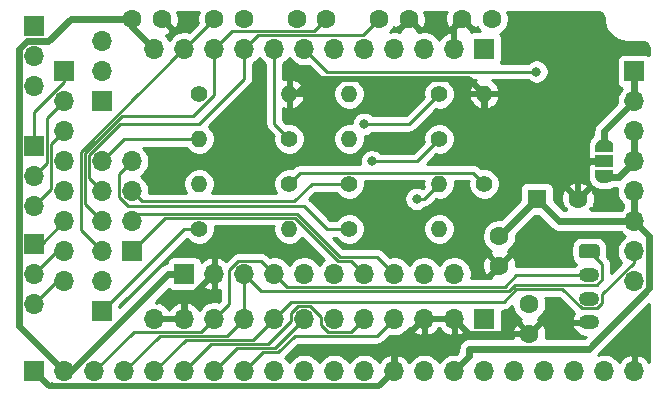
<source format=gbl>
G04 #@! TF.GenerationSoftware,KiCad,Pcbnew,(5.1.10)-1*
G04 #@! TF.CreationDate,2021-08-27T13:40:13+02:00*
G04 #@! TF.ProjectId,JuntekOnSteroidsTTGO,4a756e74-656b-44f6-9e53-7465726f6964,3.1*
G04 #@! TF.SameCoordinates,PX5b716c8PY5b716c8*
G04 #@! TF.FileFunction,Copper,L2,Bot*
G04 #@! TF.FilePolarity,Positive*
%FSLAX46Y46*%
G04 Gerber Fmt 4.6, Leading zero omitted, Abs format (unit mm)*
G04 Created by KiCad (PCBNEW (5.1.10)-1) date 2021-08-27 13:40:13*
%MOMM*%
%LPD*%
G01*
G04 APERTURE LIST*
G04 #@! TA.AperFunction,ComponentPad*
%ADD10O,1.700000X1.700000*%
G04 #@! TD*
G04 #@! TA.AperFunction,ComponentPad*
%ADD11R,1.700000X1.700000*%
G04 #@! TD*
G04 #@! TA.AperFunction,ComponentPad*
%ADD12O,1.750000X1.200000*%
G04 #@! TD*
G04 #@! TA.AperFunction,ComponentPad*
%ADD13O,1.400000X1.400000*%
G04 #@! TD*
G04 #@! TA.AperFunction,ComponentPad*
%ADD14C,1.400000*%
G04 #@! TD*
G04 #@! TA.AperFunction,SMDPad,CuDef*
%ADD15R,1.500000X1.000000*%
G04 #@! TD*
G04 #@! TA.AperFunction,SMDPad,CuDef*
%ADD16C,0.100000*%
G04 #@! TD*
G04 #@! TA.AperFunction,ComponentPad*
%ADD17C,1.600000*%
G04 #@! TD*
G04 #@! TA.AperFunction,ComponentPad*
%ADD18R,1.600000X1.600000*%
G04 #@! TD*
G04 #@! TA.AperFunction,ViaPad*
%ADD19C,0.800000*%
G04 #@! TD*
G04 #@! TA.AperFunction,Conductor*
%ADD20C,0.570000*%
G04 #@! TD*
G04 #@! TA.AperFunction,Conductor*
%ADD21C,0.220000*%
G04 #@! TD*
G04 #@! TA.AperFunction,Conductor*
%ADD22C,0.550000*%
G04 #@! TD*
G04 #@! TA.AperFunction,Conductor*
%ADD23C,0.254000*%
G04 #@! TD*
G04 #@! TA.AperFunction,Conductor*
%ADD24C,0.100000*%
G04 #@! TD*
G04 APERTURE END LIST*
D10*
G04 #@! TO.P,J61,3*
G04 #@! TO.N,/J6.3*
X10795000Y33020000D03*
G04 #@! TO.P,J61,2*
G04 #@! TO.N,/J6.2*
X10795000Y30480000D03*
D11*
G04 #@! TO.P,J61,1*
G04 #@! TO.N,/J6.1*
X10795000Y27940000D03*
G04 #@! TD*
D10*
G04 #@! TO.P,J12,3*
G04 #@! TO.N,/J1.8*
X5080000Y10795000D03*
G04 #@! TO.P,J12,2*
G04 #@! TO.N,/J1.7*
X5080000Y13335000D03*
D11*
G04 #@! TO.P,J12,1*
G04 #@! TO.N,/J1.6*
X5080000Y15875000D03*
G04 #@! TD*
D10*
G04 #@! TO.P,J22,2*
G04 #@! TO.N,Net-(J22-Pad2)*
X10795000Y12700000D03*
D11*
G04 #@! TO.P,J22,1*
G04 #@! TO.N,Net-(J22-Pad1)*
X10795000Y10160000D03*
G04 #@! TD*
D10*
G04 #@! TO.P,J21,8*
G04 #@! TO.N,Net-(J21-Pad8)*
X10795000Y22860000D03*
G04 #@! TO.P,J21,7*
G04 #@! TO.N,Net-(J21-Pad7)*
X13335000Y22860000D03*
G04 #@! TO.P,J21,6*
G04 #@! TO.N,/ADC2*
X10795000Y20320000D03*
G04 #@! TO.P,J21,5*
G04 #@! TO.N,Net-(J21-Pad5)*
X13335000Y20320000D03*
G04 #@! TO.P,J21,4*
G04 #@! TO.N,/ADC1*
X10795000Y17780000D03*
G04 #@! TO.P,J21,3*
G04 #@! TO.N,/A1*
X13335000Y17780000D03*
G04 #@! TO.P,J21,2*
G04 #@! TO.N,/ADC0*
X10795000Y15240000D03*
D11*
G04 #@! TO.P,J21,1*
G04 #@! TO.N,/A0*
X13335000Y15240000D03*
G04 #@! TD*
D10*
G04 #@! TO.P,J11,3*
G04 #@! TO.N,/J1.3*
X5080000Y19050000D03*
G04 #@! TO.P,J11,2*
G04 #@! TO.N,/J1.2*
X5080000Y21590000D03*
D11*
G04 #@! TO.P,J11,1*
G04 #@! TO.N,/J1.1*
X5080000Y24130000D03*
G04 #@! TD*
D12*
G04 #@! TO.P,J7,4*
G04 #@! TO.N,GND*
X52070000Y9240000D03*
G04 #@! TO.P,J7,3*
G04 #@! TO.N,/+3V3*
X52070000Y11240000D03*
G04 #@! TO.P,J7,2*
G04 #@! TO.N,/SDA*
X52070000Y13240000D03*
G04 #@! TO.P,J7,1*
G04 #@! TO.N,/SCL*
G04 #@! TA.AperFunction,ComponentPad*
G36*
G01*
X51444999Y15840000D02*
X52695001Y15840000D01*
G75*
G02*
X52945000Y15590001I0J-249999D01*
G01*
X52945000Y14889999D01*
G75*
G02*
X52695001Y14640000I-249999J0D01*
G01*
X51444999Y14640000D01*
G75*
G02*
X51195000Y14889999I0J249999D01*
G01*
X51195000Y15590001D01*
G75*
G02*
X51444999Y15840000I249999J0D01*
G01*
G37*
G04 #@! TD.AperFunction*
G04 #@! TD*
D10*
G04 #@! TO.P,J10,10*
G04 #@! TO.N,/A3*
X40640000Y13335000D03*
G04 #@! TO.P,J10,9*
G04 #@! TO.N,/A2*
X38100000Y13335000D03*
G04 #@! TO.P,J10,8*
G04 #@! TO.N,/A1*
X35560000Y13335000D03*
G04 #@! TO.P,J10,7*
G04 #@! TO.N,/A0*
X33020000Y13335000D03*
G04 #@! TO.P,J10,6*
G04 #@! TO.N,N/C*
X30480000Y13335000D03*
G04 #@! TO.P,J10,5*
X27940000Y13335000D03*
G04 #@! TO.P,J10,4*
G04 #@! TO.N,/SDA*
X25400000Y13335000D03*
G04 #@! TO.P,J10,3*
G04 #@! TO.N,/SCL*
X22860000Y13335000D03*
G04 #@! TO.P,J10,2*
G04 #@! TO.N,GND*
X20320000Y13335000D03*
D11*
G04 #@! TO.P,J10,1*
G04 #@! TO.N,/+3V3*
X17780000Y13335000D03*
G04 #@! TD*
D13*
G04 #@! TO.P,R13,2*
G04 #@! TO.N,/A2*
X39370000Y20955000D03*
D14*
G04 #@! TO.P,R13,1*
G04 #@! TO.N,Net-(J21-Pad5)*
X31750000Y20955000D03*
G04 #@! TD*
D15*
G04 #@! TO.P,JP1,2*
G04 #@! TO.N,GND*
X53340000Y22860000D03*
G04 #@! TA.AperFunction,SMDPad,CuDef*
D16*
G04 #@! TO.P,JP1,3*
G04 #@! TO.N,/GNDD*
G36*
X54089398Y21560000D02*
G01*
X54089398Y21535466D01*
X54084588Y21486635D01*
X54075016Y21438510D01*
X54060772Y21391555D01*
X54041995Y21346222D01*
X54018864Y21302949D01*
X53991604Y21262150D01*
X53960476Y21224221D01*
X53925779Y21189524D01*
X53887850Y21158396D01*
X53847051Y21131136D01*
X53803778Y21108005D01*
X53758445Y21089228D01*
X53711490Y21074984D01*
X53663365Y21065412D01*
X53614534Y21060602D01*
X53590000Y21060602D01*
X53590000Y21060000D01*
X53090000Y21060000D01*
X53090000Y21060602D01*
X53065466Y21060602D01*
X53016635Y21065412D01*
X52968510Y21074984D01*
X52921555Y21089228D01*
X52876222Y21108005D01*
X52832949Y21131136D01*
X52792150Y21158396D01*
X52754221Y21189524D01*
X52719524Y21224221D01*
X52688396Y21262150D01*
X52661136Y21302949D01*
X52638005Y21346222D01*
X52619228Y21391555D01*
X52604984Y21438510D01*
X52595412Y21486635D01*
X52590602Y21535466D01*
X52590602Y21560000D01*
X52590000Y21560000D01*
X52590000Y22110000D01*
X54090000Y22110000D01*
X54090000Y21560000D01*
X54089398Y21560000D01*
G37*
G04 #@! TD.AperFunction*
G04 #@! TA.AperFunction,SMDPad,CuDef*
G04 #@! TO.P,JP1,1*
G04 #@! TO.N,/GNDA*
G36*
X52590000Y23610000D02*
G01*
X52590000Y24160000D01*
X52590602Y24160000D01*
X52590602Y24184534D01*
X52595412Y24233365D01*
X52604984Y24281490D01*
X52619228Y24328445D01*
X52638005Y24373778D01*
X52661136Y24417051D01*
X52688396Y24457850D01*
X52719524Y24495779D01*
X52754221Y24530476D01*
X52792150Y24561604D01*
X52832949Y24588864D01*
X52876222Y24611995D01*
X52921555Y24630772D01*
X52968510Y24645016D01*
X53016635Y24654588D01*
X53065466Y24659398D01*
X53090000Y24659398D01*
X53090000Y24660000D01*
X53590000Y24660000D01*
X53590000Y24659398D01*
X53614534Y24659398D01*
X53663365Y24654588D01*
X53711490Y24645016D01*
X53758445Y24630772D01*
X53803778Y24611995D01*
X53847051Y24588864D01*
X53887850Y24561604D01*
X53925779Y24530476D01*
X53960476Y24495779D01*
X53991604Y24457850D01*
X54018864Y24417051D01*
X54041995Y24373778D01*
X54060772Y24328445D01*
X54075016Y24281490D01*
X54084588Y24233365D01*
X54089398Y24184534D01*
X54089398Y24160000D01*
X54090000Y24160000D01*
X54090000Y23610000D01*
X52590000Y23610000D01*
G37*
G04 #@! TD.AperFunction*
G04 #@! TD*
D17*
G04 #@! TO.P,C6,2*
G04 #@! TO.N,/+3V3*
X46990000Y10755000D03*
G04 #@! TO.P,C6,1*
G04 #@! TO.N,GND*
X46990000Y8255000D03*
G04 #@! TD*
G04 #@! TO.P,C5,2*
G04 #@! TO.N,/+3V3*
X13375000Y34925000D03*
G04 #@! TO.P,C5,1*
G04 #@! TO.N,GND*
X15875000Y34925000D03*
G04 #@! TD*
D10*
G04 #@! TO.P,J30,21*
G04 #@! TO.N,GND*
X55880000Y5080000D03*
G04 #@! TO.P,J30,20*
G04 #@! TO.N,N/C*
X53340000Y5080000D03*
G04 #@! TO.P,J30,19*
X50800000Y5080000D03*
G04 #@! TO.P,J30,18*
X48260000Y5080000D03*
G04 #@! TO.P,J30,17*
X45720000Y5080000D03*
G04 #@! TO.P,J30,16*
X43180000Y5080000D03*
G04 #@! TO.P,J30,15*
G04 #@! TO.N,VCC*
X40640000Y5080000D03*
G04 #@! TO.P,J30,14*
G04 #@! TO.N,/+3V3*
X38100000Y5080000D03*
G04 #@! TO.P,J30,13*
G04 #@! TO.N,GND*
X35560000Y5080000D03*
G04 #@! TO.P,J30,12*
G04 #@! TO.N,/GPIO33*
X33020000Y5080000D03*
G04 #@! TO.P,J30,11*
G04 #@! TO.N,/GPIO27*
X30480000Y5080000D03*
G04 #@! TO.P,J30,10*
G04 #@! TO.N,/GPIO26*
X27940000Y5080000D03*
G04 #@! TO.P,J30,9*
G04 #@! TO.N,/GPIO25*
X25400000Y5080000D03*
G04 #@! TO.P,J30,8*
G04 #@! TO.N,/!Enable*
X22860000Y5080000D03*
G04 #@! TO.P,J30,7*
G04 #@! TO.N,/FanPWM*
X20320000Y5080000D03*
G04 #@! TO.P,J30,6*
G04 #@! TO.N,/GPIO13*
X17780000Y5080000D03*
G04 #@! TO.P,J30,5*
G04 #@! TO.N,/GPIO17*
X15240000Y5080000D03*
G04 #@! TO.P,J30,4*
G04 #@! TO.N,/SCL*
X12700000Y5080000D03*
G04 #@! TO.P,J30,3*
G04 #@! TO.N,/SDA*
X10160000Y5080000D03*
G04 #@! TO.P,J30,2*
G04 #@! TO.N,/+3V3*
X7620000Y5080000D03*
D11*
G04 #@! TO.P,J30,1*
G04 #@! TO.N,GND*
X5080000Y5080000D03*
G04 #@! TD*
D13*
G04 #@! TO.P,R20,2*
G04 #@! TO.N,GND*
X26670000Y28575000D03*
D14*
G04 #@! TO.P,R20,1*
G04 #@! TO.N,/J6.1*
X19050000Y28575000D03*
G04 #@! TD*
D13*
G04 #@! TO.P,R18,2*
G04 #@! TO.N,/FanPWM*
X26670000Y17145000D03*
D14*
G04 #@! TO.P,R18,1*
G04 #@! TO.N,Net-(J22-Pad1)*
X19050000Y17145000D03*
G04 #@! TD*
D13*
G04 #@! TO.P,R17,2*
G04 #@! TO.N,/A3*
X39370000Y17145000D03*
D14*
G04 #@! TO.P,R17,1*
G04 #@! TO.N,Net-(J21-Pad7)*
X31750000Y17145000D03*
G04 #@! TD*
D13*
G04 #@! TO.P,R16,2*
G04 #@! TO.N,/!Enable*
X19050000Y20955000D03*
D14*
G04 #@! TO.P,R16,1*
G04 #@! TO.N,Net-(J22-Pad2)*
X26670000Y20955000D03*
G04 #@! TD*
D13*
G04 #@! TO.P,R15,2*
G04 #@! TO.N,GND*
X43180000Y28575000D03*
D14*
G04 #@! TO.P,R15,1*
G04 #@! TO.N,Net-(J22-Pad2)*
X43180000Y20955000D03*
G04 #@! TD*
D13*
G04 #@! TO.P,R12,2*
G04 #@! TO.N,/J1.4*
X31750000Y28575000D03*
D14*
G04 #@! TO.P,R12,1*
G04 #@! TO.N,/GPIO15*
X39370000Y28575000D03*
G04 #@! TD*
D13*
G04 #@! TO.P,R11,2*
G04 #@! TO.N,/J1.5*
X31750000Y24765000D03*
D14*
G04 #@! TO.P,R11,1*
G04 #@! TO.N,/GPIO13*
X39370000Y24765000D03*
G04 #@! TD*
D17*
G04 #@! TO.P,C3,2*
G04 #@! TO.N,GND*
X36790000Y34925000D03*
G04 #@! TO.P,C3,1*
G04 #@! TO.N,/ADC2*
X34290000Y34925000D03*
G04 #@! TD*
G04 #@! TO.P,C2,2*
G04 #@! TO.N,GND*
X27305000Y34925000D03*
G04 #@! TO.P,C2,1*
G04 #@! TO.N,/ADC1*
X29805000Y34925000D03*
G04 #@! TD*
G04 #@! TO.P,C1,2*
G04 #@! TO.N,GND*
X22820000Y34925000D03*
G04 #@! TO.P,C1,1*
G04 #@! TO.N,/ADC0*
X20320000Y34925000D03*
G04 #@! TD*
D13*
G04 #@! TO.P,R14,2*
G04 #@! TO.N,Net-(J21-Pad8)*
X19050000Y24765000D03*
D14*
G04 #@! TO.P,R14,1*
G04 #@! TO.N,/ADC3*
X26670000Y24765000D03*
G04 #@! TD*
D10*
G04 #@! TO.P,J6,3*
G04 #@! TO.N,/J6.3*
X5080000Y29210000D03*
G04 #@! TO.P,J6,2*
G04 #@! TO.N,/J6.2*
X5080000Y31750000D03*
D11*
G04 #@! TO.P,J6,1*
G04 #@! TO.N,/J6.1*
X5080000Y34290000D03*
G04 #@! TD*
D17*
G04 #@! TO.P,C8,2*
G04 #@! TO.N,GND*
X44450000Y14010000D03*
G04 #@! TO.P,C8,1*
G04 #@! TO.N,VCC*
X44450000Y16510000D03*
G04 #@! TD*
G04 #@! TO.P,C4,2*
G04 #@! TO.N,GND*
X41315000Y34925000D03*
G04 #@! TO.P,C4,1*
G04 #@! TO.N,/ADC3*
X43815000Y34925000D03*
G04 #@! TD*
G04 #@! TO.P,C7,2*
G04 #@! TO.N,GND*
X51125000Y19685000D03*
D18*
G04 #@! TO.P,C7,1*
G04 #@! TO.N,VCC*
X47625000Y19685000D03*
G04 #@! TD*
D10*
G04 #@! TO.P,J5,12*
G04 #@! TO.N,GND*
X15240000Y9525000D03*
G04 #@! TO.P,J5,11*
X17780000Y9525000D03*
G04 #@! TO.P,J5,10*
G04 #@! TO.N,/SDA*
X20320000Y9525000D03*
G04 #@! TO.P,J5,9*
G04 #@! TO.N,/SCL*
X22860000Y9525000D03*
G04 #@! TO.P,J5,8*
G04 #@! TO.N,/GPIO17*
X25400000Y9525000D03*
G04 #@! TO.P,J5,7*
G04 #@! TO.N,/FanPWM*
X27940000Y9525000D03*
G04 #@! TO.P,J5,6*
G04 #@! TO.N,/GPIO15*
X30480000Y9525000D03*
G04 #@! TO.P,J5,5*
G04 #@! TO.N,/GPIO13*
X33020000Y9525000D03*
G04 #@! TO.P,J5,4*
G04 #@! TO.N,/!Enable*
X35560000Y9525000D03*
G04 #@! TO.P,J5,3*
G04 #@! TO.N,GND*
X38100000Y9525000D03*
G04 #@! TO.P,J5,2*
X40640000Y9525000D03*
D11*
G04 #@! TO.P,J5,1*
G04 #@! TO.N,/+3V3*
X43180000Y9525000D03*
G04 #@! TD*
D10*
G04 #@! TO.P,J4,12*
G04 #@! TO.N,/+3V3*
X15240000Y32385000D03*
G04 #@! TO.P,J4,11*
G04 #@! TO.N,/ADC0*
X17780000Y32385000D03*
G04 #@! TO.P,J4,10*
G04 #@! TO.N,/ADC1*
X20320000Y32385000D03*
G04 #@! TO.P,J4,9*
G04 #@! TO.N,/ADC2*
X22860000Y32385000D03*
G04 #@! TO.P,J4,8*
G04 #@! TO.N,/ADC3*
X25400000Y32385000D03*
G04 #@! TO.P,J4,7*
G04 #@! TO.N,/GPIO32*
X27940000Y32385000D03*
G04 #@! TO.P,J4,6*
G04 #@! TO.N,/GPIO33*
X30480000Y32385000D03*
G04 #@! TO.P,J4,5*
G04 #@! TO.N,/GPIO25*
X33020000Y32385000D03*
G04 #@! TO.P,J4,4*
G04 #@! TO.N,/GPIO26*
X35560000Y32385000D03*
G04 #@! TO.P,J4,3*
G04 #@! TO.N,/GPIO27*
X38100000Y32385000D03*
G04 #@! TO.P,J4,2*
G04 #@! TO.N,GND*
X40640000Y32385000D03*
D11*
G04 #@! TO.P,J4,1*
G04 #@! TO.N,VCC*
X43180000Y32385000D03*
G04 #@! TD*
D10*
G04 #@! TO.P,J2,8*
G04 #@! TO.N,/GPIO32*
X55880000Y12700000D03*
G04 #@! TO.P,J2,7*
G04 #@! TO.N,/GPIO17*
X55880000Y15240000D03*
G04 #@! TO.P,J2,6*
G04 #@! TO.N,VCC*
X55880000Y17780000D03*
G04 #@! TO.P,J2,5*
X55880000Y20320000D03*
G04 #@! TO.P,J2,4*
G04 #@! TO.N,/GNDD*
X55880000Y22860000D03*
G04 #@! TO.P,J2,3*
X55880000Y25400000D03*
G04 #@! TO.P,J2,2*
G04 #@! TO.N,/GNDA*
X55880000Y27940000D03*
D11*
G04 #@! TO.P,J2,1*
X55880000Y30480000D03*
G04 #@! TD*
D10*
G04 #@! TO.P,J1,8*
G04 #@! TO.N,/J1.8*
X7620000Y12700000D03*
G04 #@! TO.P,J1,7*
G04 #@! TO.N,/J1.7*
X7620000Y15240000D03*
G04 #@! TO.P,J1,6*
G04 #@! TO.N,/J1.6*
X7620000Y17780000D03*
G04 #@! TO.P,J1,5*
G04 #@! TO.N,/J1.5*
X7620000Y20320000D03*
G04 #@! TO.P,J1,4*
G04 #@! TO.N,/J1.4*
X7620000Y22860000D03*
G04 #@! TO.P,J1,3*
G04 #@! TO.N,/J1.3*
X7620000Y25400000D03*
G04 #@! TO.P,J1,2*
G04 #@! TO.N,/J1.2*
X7620000Y27940000D03*
D11*
G04 #@! TO.P,J1,1*
G04 #@! TO.N,/J1.1*
X7620000Y30480000D03*
G04 #@! TD*
D19*
G04 #@! TO.N,/GPIO13*
X33660000Y22860000D03*
G04 #@! TO.N,/GPIO32*
X47602389Y30457389D03*
G04 #@! TO.N,/A2*
X37460000Y19685000D03*
G04 #@! TO.N,/GPIO15*
X33020000Y26035000D03*
G04 #@! TD*
D20*
G04 #@! TO.N,VCC*
X55880000Y20320000D02*
X55880000Y17780000D01*
X49530000Y17780000D02*
X55880000Y17780000D01*
X47625000Y19685000D02*
X49530000Y17780000D01*
X47625000Y19685000D02*
X44450000Y16510000D01*
X46990000Y19050000D02*
X47625000Y19685000D01*
X57145001Y16514999D02*
X55880000Y17780000D01*
X57145001Y12092799D02*
X57145001Y16514999D01*
X52037202Y6985000D02*
X57145001Y12092799D01*
X41910000Y6985000D02*
X52037202Y6985000D01*
X41910000Y6350000D02*
X41910000Y6985000D01*
X40640000Y5080000D02*
X41910000Y6350000D01*
D21*
G04 #@! TO.N,/SDA*
X22336799Y14425001D02*
X21590000Y13678202D01*
X24309999Y14425001D02*
X22336799Y14425001D01*
X25400000Y13335000D02*
X24309999Y14425001D01*
X21590000Y10795000D02*
X20320000Y9525000D01*
X21590000Y13678202D02*
X21590000Y10795000D01*
X13514999Y8434999D02*
X10160000Y5080000D01*
X19229999Y8434999D02*
X13514999Y8434999D01*
X20320000Y9525000D02*
X19229999Y8434999D01*
X26490001Y12244999D02*
X25400000Y13335000D01*
X52070000Y13240000D02*
X45900002Y13240000D01*
X45900002Y13240000D02*
X44905001Y12244999D01*
X44905001Y12244999D02*
X26490001Y12244999D01*
G04 #@! TO.N,/SCL*
X22860000Y9525000D02*
X22860000Y13335000D01*
X12700000Y5080000D02*
X15704989Y8084989D01*
X21419989Y8084989D02*
X22860000Y9525000D01*
X15704989Y8084989D02*
X21419989Y8084989D01*
X24300011Y11894989D02*
X22860000Y13335000D01*
X45255011Y11894989D02*
X24300011Y11894989D01*
X45760012Y12399990D02*
X45255011Y11894989D01*
X52692943Y12399990D02*
X45760012Y12399990D01*
X53185010Y12892057D02*
X52692943Y12399990D01*
X53185010Y14124990D02*
X53185010Y12892057D01*
X52070000Y15240000D02*
X53185010Y14124990D01*
G04 #@! TO.N,/GPIO13*
X17780000Y5080000D02*
X20084969Y7384969D01*
X29389999Y9001799D02*
X29956799Y8434999D01*
X29389999Y9688203D02*
X29389999Y9001799D01*
X27416799Y10615001D02*
X28463201Y10615001D01*
X26849999Y10048201D02*
X27416799Y10615001D01*
X29956799Y8434999D02*
X31929999Y8434999D01*
X26849999Y9361797D02*
X26849999Y10048201D01*
X31929999Y8434999D02*
X33020000Y9525000D01*
X24873171Y7384969D02*
X26849999Y9361797D01*
X28463201Y10615001D02*
X29389999Y9688203D01*
X20084969Y7384969D02*
X24873171Y7384969D01*
X37465000Y22860000D02*
X39370000Y24765000D01*
X33660000Y22860000D02*
X37465000Y22860000D01*
G04 #@! TO.N,/ADC0*
X9004979Y17030021D02*
X10795000Y15240000D01*
X9004979Y23673157D02*
X9004979Y17030021D01*
X13906822Y28575000D02*
X9004979Y23673157D01*
X20320000Y34925000D02*
X17780000Y32385000D01*
X17716822Y32385000D02*
X9004979Y23673157D01*
X17780000Y32385000D02*
X17716822Y32385000D01*
G04 #@! TO.N,/ADC1*
X20320000Y32385000D02*
X21819999Y33884999D01*
X9354989Y19220011D02*
X10795000Y17780000D01*
X9354989Y23528179D02*
X9354989Y19220011D01*
X18536202Y26670000D02*
X12496810Y26670000D01*
X20320000Y28453798D02*
X18536202Y26670000D01*
X12496810Y26670000D02*
X9354989Y23528179D01*
X20320000Y32385000D02*
X20320000Y28453798D01*
X28804999Y33924999D02*
X28804999Y33884999D01*
X29805000Y34925000D02*
X28804999Y33924999D01*
X21819999Y33884999D02*
X28804999Y33884999D01*
G04 #@! TO.N,/ADC2*
X22860000Y32385000D02*
X24009989Y33534989D01*
X9704999Y21410001D02*
X10795000Y20320000D01*
X9704999Y23383201D02*
X9704999Y21410001D01*
X22860000Y32385000D02*
X22860000Y29845000D01*
X12356798Y26035000D02*
X9704999Y23383201D01*
X22860000Y29845000D02*
X19050000Y26035000D01*
X19050000Y26035000D02*
X12356798Y26035000D01*
X34290000Y34925000D02*
X32899989Y33534989D01*
X24009989Y33534989D02*
X32899989Y33534989D01*
G04 #@! TO.N,/ADC3*
X25400000Y32385000D02*
X25400000Y26035000D01*
X25400000Y26035000D02*
X26670000Y24765000D01*
G04 #@! TO.N,/GPIO32*
X29867611Y30457389D02*
X47602389Y30457389D01*
X27940000Y32385000D02*
X29867611Y30457389D01*
G04 #@! TO.N,/GPIO17*
X23609979Y7734979D02*
X25400000Y9525000D01*
X17894979Y7734979D02*
X23609979Y7734979D01*
X15240000Y5080000D02*
X17894979Y7734979D01*
X44820021Y10965011D02*
X26840011Y10965011D01*
X45904990Y12049980D02*
X44820021Y10965011D01*
X26840011Y10965011D02*
X25400000Y9525000D01*
X49797067Y12049980D02*
X45904990Y12049980D01*
X52692943Y10399990D02*
X51447057Y10399990D01*
X51447057Y10399990D02*
X49797067Y12049980D01*
X53185010Y10892057D02*
X52692943Y10399990D01*
X55880000Y14282933D02*
X53185010Y11587943D01*
X53185010Y11587943D02*
X53185010Y10892057D01*
X55880000Y15240000D02*
X55880000Y14282933D01*
G04 #@! TO.N,/A2*
X38100000Y19685000D02*
X39370000Y20955000D01*
X37460000Y19685000D02*
X38100000Y19685000D01*
G04 #@! TO.N,/A1*
X13990011Y18435011D02*
X13335000Y17780000D01*
X27266179Y18435011D02*
X13990011Y18435011D01*
X27286190Y18415000D02*
X27266179Y18435011D01*
X27305000Y18415000D02*
X27286190Y18415000D01*
X30944989Y14775011D02*
X27305000Y18415000D01*
X34119989Y14775011D02*
X30944989Y14775011D01*
X35560000Y13335000D02*
X34119989Y14775011D01*
G04 #@! TO.N,/A0*
X16180001Y18085001D02*
X13335000Y15240000D01*
X30781201Y14425001D02*
X27121201Y18085001D01*
X31929999Y14425001D02*
X30781201Y14425001D01*
X27121201Y18085001D02*
X16180001Y18085001D01*
X33020000Y13335000D02*
X31929999Y14425001D01*
G04 #@! TO.N,/J1.8*
X6985000Y12700000D02*
X7620000Y12700000D01*
X5080000Y10795000D02*
X6985000Y12700000D01*
G04 #@! TO.N,/J1.3*
X6529999Y20499999D02*
X6529999Y24309999D01*
X5080000Y19050000D02*
X6529999Y20499999D01*
X6529999Y24309999D02*
X7620000Y25400000D01*
G04 #@! TO.N,/J1.2*
X6170001Y22680001D02*
X6170001Y26490001D01*
X5080000Y21590000D02*
X6170001Y22680001D01*
X6170001Y26490001D02*
X7620000Y27940000D01*
G04 #@! TO.N,/J1.6*
X5715000Y15875000D02*
X7620000Y17780000D01*
X5080000Y15875000D02*
X5715000Y15875000D01*
D20*
G04 #@! TO.N,/+3V3*
X3814999Y32357201D02*
X3814999Y8885001D01*
X3814999Y8885001D02*
X7620000Y5080000D01*
X4472799Y33015001D02*
X3814999Y32357201D01*
X6252003Y33015001D02*
X4472799Y33015001D01*
X8162002Y34925000D02*
X6252003Y33015001D01*
X8162002Y34925000D02*
X13375000Y34925000D01*
X13375000Y34250000D02*
X15240000Y32385000D01*
X13375000Y34925000D02*
X13375000Y34250000D01*
X16417002Y13335000D02*
X17780000Y13335000D01*
X8162002Y5080000D02*
X16417002Y13335000D01*
X7620000Y5080000D02*
X8162002Y5080000D01*
D21*
G04 #@! TO.N,/!Enable*
X22860000Y5080000D02*
X24464951Y6684951D01*
X24464951Y6684951D02*
X25734951Y6684951D01*
X25734951Y6684951D02*
X27134989Y8084989D01*
X34119989Y8084989D02*
X35560000Y9525000D01*
X27134989Y8084989D02*
X34119989Y8084989D01*
G04 #@! TO.N,/J1.1*
X7620000Y29553202D02*
X7620000Y30480000D01*
X5080000Y27013202D02*
X7620000Y29553202D01*
X5080000Y24130000D02*
X5080000Y27013202D01*
G04 #@! TO.N,/J1.7*
X6985000Y15240000D02*
X7620000Y15240000D01*
X5080000Y13335000D02*
X6985000Y15240000D01*
G04 #@! TO.N,/FanPWM*
X22274961Y7034961D02*
X25449961Y7034961D01*
X25449961Y7034961D02*
X27940000Y9525000D01*
X20320000Y5080000D02*
X22274961Y7034961D01*
G04 #@! TO.N,Net-(J21-Pad7)*
X12991798Y19050000D02*
X27940000Y19050000D01*
X29845000Y17145000D02*
X31750000Y17145000D01*
X13335000Y22860000D02*
X12244999Y21769999D01*
X12244999Y19796799D02*
X12991798Y19050000D01*
X12244999Y21769999D02*
X12244999Y19796799D01*
X27940000Y19050000D02*
X29845000Y17145000D01*
G04 #@! TO.N,Net-(J21-Pad5)*
X14184999Y19470001D02*
X13335000Y20320000D01*
X27090001Y19470001D02*
X28575000Y20955000D01*
X27090001Y19470001D02*
X14184999Y19470001D01*
X28575000Y20955000D02*
X31750000Y20955000D01*
G04 #@! TO.N,Net-(J21-Pad8)*
X12700000Y24765000D02*
X19050000Y24765000D01*
X10795000Y22860000D02*
X12700000Y24765000D01*
G04 #@! TO.N,Net-(J22-Pad2)*
X42239999Y21895001D02*
X43180000Y20955000D01*
X27610001Y21895001D02*
X42239999Y21895001D01*
X26670000Y20955000D02*
X27610001Y21895001D01*
G04 #@! TO.N,Net-(J22-Pad1)*
X17780000Y17145000D02*
X10795000Y10160000D01*
X19050000Y17145000D02*
X17780000Y17145000D01*
D22*
G04 #@! TO.N,GND*
X51125000Y21965000D02*
X51125000Y19685000D01*
X52020000Y22860000D02*
X51125000Y21965000D01*
X53340000Y22860000D02*
X52020000Y22860000D01*
X15240000Y9525000D02*
X17780000Y9525000D01*
X17780000Y10795000D02*
X20320000Y13335000D01*
X17780000Y9525000D02*
X17780000Y10795000D01*
X38100000Y9525000D02*
X40640000Y9525000D01*
X41910000Y8255000D02*
X46990000Y8255000D01*
X40640000Y9525000D02*
X41910000Y8255000D01*
X5080000Y5080000D02*
X6345001Y3814999D01*
X43180000Y26924798D02*
X43180000Y28575000D01*
X48422500Y22387500D02*
X45557500Y22387500D01*
X45557500Y22387500D02*
X44450000Y23495000D01*
X48422500Y22387500D02*
X51125000Y19685000D01*
X43180000Y24765000D02*
X45557500Y22387500D01*
X43180000Y28575000D02*
X43180000Y24765000D01*
X40640000Y34250000D02*
X41315000Y34925000D01*
X40640000Y32385000D02*
X40640000Y34250000D01*
X35560000Y5080000D02*
X35560000Y6985000D01*
X6345001Y3814999D02*
X34294999Y3814999D01*
X35560000Y6985000D02*
X38100000Y9525000D01*
X41910000Y29845000D02*
X43180000Y28575000D01*
X28575000Y29845000D02*
X41910000Y29845000D01*
X27305000Y28575000D02*
X28575000Y29845000D01*
X26670000Y28575000D02*
X27305000Y28575000D01*
X34294999Y3814999D02*
X35560000Y5080000D01*
D21*
G04 #@! TO.N,/GPIO15*
X36830000Y26035000D02*
X39370000Y28575000D01*
X33020000Y26035000D02*
X36830000Y26035000D01*
D20*
G04 #@! TO.N,/GNDD*
X54580000Y21560000D02*
X55880000Y22860000D01*
X53340000Y21560000D02*
X54580000Y21560000D01*
X55880000Y22860000D02*
X55880000Y25400000D01*
G04 #@! TO.N,/GNDA*
X53340000Y25400000D02*
X55880000Y27940000D01*
X53340000Y24160000D02*
X53340000Y25400000D01*
X55880000Y27940000D02*
X55880000Y30480000D01*
G04 #@! TD*
D23*
G04 #@! TO.N,GND*
X6673368Y3926525D02*
X6810345Y3835000D01*
X6427295Y3835000D01*
X6460537Y3875506D01*
X6519502Y3985820D01*
X6541513Y4058380D01*
X6673368Y3926525D01*
G04 #@! TA.AperFunction,Conductor*
D24*
G36*
X6673368Y3926525D02*
G01*
X6810345Y3835000D01*
X6427295Y3835000D01*
X6460537Y3875506D01*
X6519502Y3985820D01*
X6541513Y4058380D01*
X6673368Y3926525D01*
G37*
G04 #@! TD.AperFunction*
D23*
X5207000Y5207000D02*
X5227000Y5207000D01*
X5227000Y4953000D01*
X5207000Y4953000D01*
X5207000Y4933000D01*
X4953000Y4933000D01*
X4953000Y4953000D01*
X4933000Y4953000D01*
X4933000Y5207000D01*
X4953000Y5207000D01*
X4953000Y5227000D01*
X5207000Y5227000D01*
X5207000Y5207000D01*
G04 #@! TA.AperFunction,Conductor*
D24*
G36*
X5207000Y5207000D02*
G01*
X5227000Y5207000D01*
X5227000Y4953000D01*
X5207000Y4953000D01*
X5207000Y4933000D01*
X4953000Y4933000D01*
X4953000Y4953000D01*
X4933000Y4953000D01*
X4933000Y5207000D01*
X4953000Y5207000D01*
X4953000Y5227000D01*
X5207000Y5227000D01*
X5207000Y5207000D01*
G37*
G04 #@! TD.AperFunction*
D23*
X50807252Y9986206D02*
X50697579Y9820533D01*
X50605409Y9595282D01*
X50601538Y9557609D01*
X50726269Y9367000D01*
X51943000Y9367000D01*
X51943000Y9387000D01*
X52197000Y9387000D01*
X52197000Y9367000D01*
X52217000Y9367000D01*
X52217000Y9113000D01*
X52197000Y9113000D01*
X52197000Y9093000D01*
X51943000Y9093000D01*
X51943000Y9113000D01*
X50726269Y9113000D01*
X50601538Y8922391D01*
X50605409Y8884718D01*
X50697579Y8659467D01*
X50831922Y8456526D01*
X51003275Y8283693D01*
X51205054Y8147610D01*
X51429504Y8053507D01*
X51668000Y8005000D01*
X51756127Y8005000D01*
X51656127Y7905000D01*
X48381662Y7905000D01*
X48416300Y8043184D01*
X48430217Y8325512D01*
X48388787Y8605130D01*
X48293603Y8871292D01*
X48226671Y8996514D01*
X47982702Y9068097D01*
X47169605Y8255000D01*
X47183748Y8240857D01*
X47004143Y8061252D01*
X46990000Y8075395D01*
X46975858Y8061252D01*
X46796253Y8240857D01*
X46810395Y8255000D01*
X45997298Y9068097D01*
X45753329Y8996514D01*
X45632429Y8741004D01*
X45563700Y8466816D01*
X45549783Y8184488D01*
X45591194Y7905000D01*
X41955192Y7905000D01*
X41910000Y7909451D01*
X41864808Y7905000D01*
X41729649Y7891688D01*
X41556228Y7839081D01*
X41396403Y7753653D01*
X41256314Y7638686D01*
X41141347Y7498597D01*
X41055919Y7338772D01*
X41003312Y7165351D01*
X40985549Y6985000D01*
X40990000Y6939808D01*
X40990000Y6731076D01*
X40817675Y6558751D01*
X40786260Y6565000D01*
X40493740Y6565000D01*
X40206842Y6507932D01*
X39936589Y6395990D01*
X39693368Y6233475D01*
X39486525Y6026632D01*
X39370000Y5852240D01*
X39253475Y6026632D01*
X39046632Y6233475D01*
X38803411Y6395990D01*
X38533158Y6507932D01*
X38246260Y6565000D01*
X37953740Y6565000D01*
X37666842Y6507932D01*
X37396589Y6395990D01*
X37153368Y6233475D01*
X36946525Y6026632D01*
X36824805Y5844466D01*
X36755178Y5961355D01*
X36560269Y6177588D01*
X36326920Y6351641D01*
X36064099Y6476825D01*
X35916890Y6521476D01*
X35687000Y6400155D01*
X35687000Y5207000D01*
X35707000Y5207000D01*
X35707000Y4953000D01*
X35687000Y4953000D01*
X35687000Y4933000D01*
X35433000Y4933000D01*
X35433000Y4953000D01*
X35413000Y4953000D01*
X35413000Y5207000D01*
X35433000Y5207000D01*
X35433000Y6400155D01*
X35203110Y6521476D01*
X35055901Y6476825D01*
X34793080Y6351641D01*
X34559731Y6177588D01*
X34364822Y5961355D01*
X34295195Y5844466D01*
X34173475Y6026632D01*
X33966632Y6233475D01*
X33723411Y6395990D01*
X33453158Y6507932D01*
X33166260Y6565000D01*
X32873740Y6565000D01*
X32586842Y6507932D01*
X32316589Y6395990D01*
X32073368Y6233475D01*
X31866525Y6026632D01*
X31750000Y5852240D01*
X31633475Y6026632D01*
X31426632Y6233475D01*
X31183411Y6395990D01*
X30913158Y6507932D01*
X30626260Y6565000D01*
X30333740Y6565000D01*
X30046842Y6507932D01*
X29776589Y6395990D01*
X29533368Y6233475D01*
X29326525Y6026632D01*
X29210000Y5852240D01*
X29093475Y6026632D01*
X28886632Y6233475D01*
X28643411Y6395990D01*
X28373158Y6507932D01*
X28086260Y6565000D01*
X27793740Y6565000D01*
X27506842Y6507932D01*
X27236589Y6395990D01*
X26993368Y6233475D01*
X26786525Y6026632D01*
X26670000Y5852240D01*
X26553475Y6026632D01*
X26346632Y6233475D01*
X26340896Y6237307D01*
X27443578Y7339989D01*
X34083399Y7339989D01*
X34119989Y7336385D01*
X34156579Y7339989D01*
X34156581Y7339989D01*
X34266034Y7350769D01*
X34406467Y7393369D01*
X34535891Y7462548D01*
X34649332Y7555646D01*
X34672658Y7584069D01*
X35175899Y8087310D01*
X35413740Y8040000D01*
X35706260Y8040000D01*
X35993158Y8097068D01*
X36263411Y8209010D01*
X36506632Y8371525D01*
X36713475Y8578368D01*
X36835195Y8760534D01*
X36904822Y8643645D01*
X37099731Y8427412D01*
X37333080Y8253359D01*
X37595901Y8128175D01*
X37743110Y8083524D01*
X37973000Y8204845D01*
X37973000Y9398000D01*
X38227000Y9398000D01*
X38227000Y8204845D01*
X38456890Y8083524D01*
X38604099Y8128175D01*
X38866920Y8253359D01*
X39100269Y8427412D01*
X39295178Y8643645D01*
X39370000Y8769255D01*
X39444822Y8643645D01*
X39639731Y8427412D01*
X39873080Y8253359D01*
X40135901Y8128175D01*
X40283110Y8083524D01*
X40513000Y8204845D01*
X40513000Y9398000D01*
X38227000Y9398000D01*
X37973000Y9398000D01*
X37953000Y9398000D01*
X37953000Y9652000D01*
X37973000Y9652000D01*
X37973000Y9672000D01*
X38227000Y9672000D01*
X38227000Y9652000D01*
X40513000Y9652000D01*
X40513000Y9672000D01*
X40767000Y9672000D01*
X40767000Y9652000D01*
X40787000Y9652000D01*
X40787000Y9398000D01*
X40767000Y9398000D01*
X40767000Y8204845D01*
X40996890Y8083524D01*
X41144099Y8128175D01*
X41406920Y8253359D01*
X41640269Y8427412D01*
X41716034Y8511466D01*
X41740498Y8430820D01*
X41799463Y8320506D01*
X41878815Y8223815D01*
X41975506Y8144463D01*
X42085820Y8085498D01*
X42205518Y8049188D01*
X42330000Y8036928D01*
X44030000Y8036928D01*
X44154482Y8049188D01*
X44274180Y8085498D01*
X44384494Y8144463D01*
X44481185Y8223815D01*
X44560537Y8320506D01*
X44619502Y8430820D01*
X44655812Y8550518D01*
X44668072Y8675000D01*
X44668072Y10220011D01*
X44783431Y10220011D01*
X44820021Y10216407D01*
X44856611Y10220011D01*
X44856613Y10220011D01*
X44966066Y10230791D01*
X45106499Y10273391D01*
X45235923Y10342570D01*
X45349364Y10435668D01*
X45372690Y10464091D01*
X45555000Y10646401D01*
X45555000Y10613665D01*
X45610147Y10336426D01*
X45718320Y10075273D01*
X45875363Y9840241D01*
X46075241Y9640363D01*
X46275869Y9506308D01*
X46248486Y9491671D01*
X46176903Y9247702D01*
X46990000Y8434605D01*
X47803097Y9247702D01*
X47731514Y9491671D01*
X47702659Y9505324D01*
X47904759Y9640363D01*
X48104637Y9840241D01*
X48261680Y10075273D01*
X48369853Y10336426D01*
X48425000Y10613665D01*
X48425000Y10896335D01*
X48369853Y11173574D01*
X48315423Y11304980D01*
X49488478Y11304980D01*
X50807252Y9986206D01*
G04 #@! TA.AperFunction,Conductor*
D24*
G36*
X50807252Y9986206D02*
G01*
X50697579Y9820533D01*
X50605409Y9595282D01*
X50601538Y9557609D01*
X50726269Y9367000D01*
X51943000Y9367000D01*
X51943000Y9387000D01*
X52197000Y9387000D01*
X52197000Y9367000D01*
X52217000Y9367000D01*
X52217000Y9113000D01*
X52197000Y9113000D01*
X52197000Y9093000D01*
X51943000Y9093000D01*
X51943000Y9113000D01*
X50726269Y9113000D01*
X50601538Y8922391D01*
X50605409Y8884718D01*
X50697579Y8659467D01*
X50831922Y8456526D01*
X51003275Y8283693D01*
X51205054Y8147610D01*
X51429504Y8053507D01*
X51668000Y8005000D01*
X51756127Y8005000D01*
X51656127Y7905000D01*
X48381662Y7905000D01*
X48416300Y8043184D01*
X48430217Y8325512D01*
X48388787Y8605130D01*
X48293603Y8871292D01*
X48226671Y8996514D01*
X47982702Y9068097D01*
X47169605Y8255000D01*
X47183748Y8240857D01*
X47004143Y8061252D01*
X46990000Y8075395D01*
X46975858Y8061252D01*
X46796253Y8240857D01*
X46810395Y8255000D01*
X45997298Y9068097D01*
X45753329Y8996514D01*
X45632429Y8741004D01*
X45563700Y8466816D01*
X45549783Y8184488D01*
X45591194Y7905000D01*
X41955192Y7905000D01*
X41910000Y7909451D01*
X41864808Y7905000D01*
X41729649Y7891688D01*
X41556228Y7839081D01*
X41396403Y7753653D01*
X41256314Y7638686D01*
X41141347Y7498597D01*
X41055919Y7338772D01*
X41003312Y7165351D01*
X40985549Y6985000D01*
X40990000Y6939808D01*
X40990000Y6731076D01*
X40817675Y6558751D01*
X40786260Y6565000D01*
X40493740Y6565000D01*
X40206842Y6507932D01*
X39936589Y6395990D01*
X39693368Y6233475D01*
X39486525Y6026632D01*
X39370000Y5852240D01*
X39253475Y6026632D01*
X39046632Y6233475D01*
X38803411Y6395990D01*
X38533158Y6507932D01*
X38246260Y6565000D01*
X37953740Y6565000D01*
X37666842Y6507932D01*
X37396589Y6395990D01*
X37153368Y6233475D01*
X36946525Y6026632D01*
X36824805Y5844466D01*
X36755178Y5961355D01*
X36560269Y6177588D01*
X36326920Y6351641D01*
X36064099Y6476825D01*
X35916890Y6521476D01*
X35687000Y6400155D01*
X35687000Y5207000D01*
X35707000Y5207000D01*
X35707000Y4953000D01*
X35687000Y4953000D01*
X35687000Y4933000D01*
X35433000Y4933000D01*
X35433000Y4953000D01*
X35413000Y4953000D01*
X35413000Y5207000D01*
X35433000Y5207000D01*
X35433000Y6400155D01*
X35203110Y6521476D01*
X35055901Y6476825D01*
X34793080Y6351641D01*
X34559731Y6177588D01*
X34364822Y5961355D01*
X34295195Y5844466D01*
X34173475Y6026632D01*
X33966632Y6233475D01*
X33723411Y6395990D01*
X33453158Y6507932D01*
X33166260Y6565000D01*
X32873740Y6565000D01*
X32586842Y6507932D01*
X32316589Y6395990D01*
X32073368Y6233475D01*
X31866525Y6026632D01*
X31750000Y5852240D01*
X31633475Y6026632D01*
X31426632Y6233475D01*
X31183411Y6395990D01*
X30913158Y6507932D01*
X30626260Y6565000D01*
X30333740Y6565000D01*
X30046842Y6507932D01*
X29776589Y6395990D01*
X29533368Y6233475D01*
X29326525Y6026632D01*
X29210000Y5852240D01*
X29093475Y6026632D01*
X28886632Y6233475D01*
X28643411Y6395990D01*
X28373158Y6507932D01*
X28086260Y6565000D01*
X27793740Y6565000D01*
X27506842Y6507932D01*
X27236589Y6395990D01*
X26993368Y6233475D01*
X26786525Y6026632D01*
X26670000Y5852240D01*
X26553475Y6026632D01*
X26346632Y6233475D01*
X26340896Y6237307D01*
X27443578Y7339989D01*
X34083399Y7339989D01*
X34119989Y7336385D01*
X34156579Y7339989D01*
X34156581Y7339989D01*
X34266034Y7350769D01*
X34406467Y7393369D01*
X34535891Y7462548D01*
X34649332Y7555646D01*
X34672658Y7584069D01*
X35175899Y8087310D01*
X35413740Y8040000D01*
X35706260Y8040000D01*
X35993158Y8097068D01*
X36263411Y8209010D01*
X36506632Y8371525D01*
X36713475Y8578368D01*
X36835195Y8760534D01*
X36904822Y8643645D01*
X37099731Y8427412D01*
X37333080Y8253359D01*
X37595901Y8128175D01*
X37743110Y8083524D01*
X37973000Y8204845D01*
X37973000Y9398000D01*
X38227000Y9398000D01*
X38227000Y8204845D01*
X38456890Y8083524D01*
X38604099Y8128175D01*
X38866920Y8253359D01*
X39100269Y8427412D01*
X39295178Y8643645D01*
X39370000Y8769255D01*
X39444822Y8643645D01*
X39639731Y8427412D01*
X39873080Y8253359D01*
X40135901Y8128175D01*
X40283110Y8083524D01*
X40513000Y8204845D01*
X40513000Y9398000D01*
X38227000Y9398000D01*
X37973000Y9398000D01*
X37953000Y9398000D01*
X37953000Y9652000D01*
X37973000Y9652000D01*
X37973000Y9672000D01*
X38227000Y9672000D01*
X38227000Y9652000D01*
X40513000Y9652000D01*
X40513000Y9672000D01*
X40767000Y9672000D01*
X40767000Y9652000D01*
X40787000Y9652000D01*
X40787000Y9398000D01*
X40767000Y9398000D01*
X40767000Y8204845D01*
X40996890Y8083524D01*
X41144099Y8128175D01*
X41406920Y8253359D01*
X41640269Y8427412D01*
X41716034Y8511466D01*
X41740498Y8430820D01*
X41799463Y8320506D01*
X41878815Y8223815D01*
X41975506Y8144463D01*
X42085820Y8085498D01*
X42205518Y8049188D01*
X42330000Y8036928D01*
X44030000Y8036928D01*
X44154482Y8049188D01*
X44274180Y8085498D01*
X44384494Y8144463D01*
X44481185Y8223815D01*
X44560537Y8320506D01*
X44619502Y8430820D01*
X44655812Y8550518D01*
X44668072Y8675000D01*
X44668072Y10220011D01*
X44783431Y10220011D01*
X44820021Y10216407D01*
X44856611Y10220011D01*
X44856613Y10220011D01*
X44966066Y10230791D01*
X45106499Y10273391D01*
X45235923Y10342570D01*
X45349364Y10435668D01*
X45372690Y10464091D01*
X45555000Y10646401D01*
X45555000Y10613665D01*
X45610147Y10336426D01*
X45718320Y10075273D01*
X45875363Y9840241D01*
X46075241Y9640363D01*
X46275869Y9506308D01*
X46248486Y9491671D01*
X46176903Y9247702D01*
X46990000Y8434605D01*
X47803097Y9247702D01*
X47731514Y9491671D01*
X47702659Y9505324D01*
X47904759Y9640363D01*
X48104637Y9840241D01*
X48261680Y10075273D01*
X48369853Y10336426D01*
X48425000Y10613665D01*
X48425000Y10896335D01*
X48369853Y11173574D01*
X48315423Y11304980D01*
X49488478Y11304980D01*
X50807252Y9986206D01*
G37*
G04 #@! TD.AperFunction*
D23*
X57125000Y5877715D02*
X57075178Y5961355D01*
X56880269Y6177588D01*
X56646920Y6351641D01*
X56384099Y6476825D01*
X56236890Y6521476D01*
X56007000Y6400155D01*
X56007000Y5207000D01*
X56027000Y5207000D01*
X56027000Y4953000D01*
X56007000Y4953000D01*
X56007000Y4933000D01*
X55753000Y4933000D01*
X55753000Y4953000D01*
X55733000Y4953000D01*
X55733000Y5207000D01*
X55753000Y5207000D01*
X55753000Y6400155D01*
X55523110Y6521476D01*
X55375901Y6476825D01*
X55113080Y6351641D01*
X54879731Y6177588D01*
X54684822Y5961355D01*
X54615195Y5844466D01*
X54493475Y6026632D01*
X54286632Y6233475D01*
X54043411Y6395990D01*
X53773158Y6507932D01*
X53486260Y6565000D01*
X53193740Y6565000D01*
X52906842Y6507932D01*
X52828942Y6475665D01*
X57125000Y10771721D01*
X57125000Y5877715D01*
G04 #@! TA.AperFunction,Conductor*
D24*
G36*
X57125000Y5877715D02*
G01*
X57075178Y5961355D01*
X56880269Y6177588D01*
X56646920Y6351641D01*
X56384099Y6476825D01*
X56236890Y6521476D01*
X56007000Y6400155D01*
X56007000Y5207000D01*
X56027000Y5207000D01*
X56027000Y4953000D01*
X56007000Y4953000D01*
X56007000Y4933000D01*
X55753000Y4933000D01*
X55753000Y4953000D01*
X55733000Y4953000D01*
X55733000Y5207000D01*
X55753000Y5207000D01*
X55753000Y6400155D01*
X55523110Y6521476D01*
X55375901Y6476825D01*
X55113080Y6351641D01*
X54879731Y6177588D01*
X54684822Y5961355D01*
X54615195Y5844466D01*
X54493475Y6026632D01*
X54286632Y6233475D01*
X54043411Y6395990D01*
X53773158Y6507932D01*
X53486260Y6565000D01*
X53193740Y6565000D01*
X52906842Y6507932D01*
X52828942Y6475665D01*
X57125000Y10771721D01*
X57125000Y5877715D01*
G37*
G04 #@! TD.AperFunction*
D23*
X25335000Y17276486D02*
X25335000Y17013514D01*
X25386304Y16755595D01*
X25486939Y16512641D01*
X25633038Y16293987D01*
X25818987Y16108038D01*
X26037641Y15961939D01*
X26280595Y15861304D01*
X26538514Y15810000D01*
X26801486Y15810000D01*
X27059405Y15861304D01*
X27302359Y15961939D01*
X27521013Y16108038D01*
X27706962Y16293987D01*
X27767710Y16384903D01*
X29611759Y14540854D01*
X29533368Y14488475D01*
X29326525Y14281632D01*
X29210000Y14107240D01*
X29093475Y14281632D01*
X28886632Y14488475D01*
X28643411Y14650990D01*
X28373158Y14762932D01*
X28086260Y14820000D01*
X27793740Y14820000D01*
X27506842Y14762932D01*
X27236589Y14650990D01*
X26993368Y14488475D01*
X26786525Y14281632D01*
X26670000Y14107240D01*
X26553475Y14281632D01*
X26346632Y14488475D01*
X26103411Y14650990D01*
X25833158Y14762932D01*
X25546260Y14820000D01*
X25253740Y14820000D01*
X25015899Y14772690D01*
X24862668Y14925921D01*
X24839342Y14954344D01*
X24725901Y15047442D01*
X24596477Y15116621D01*
X24456044Y15159221D01*
X24346591Y15170001D01*
X24346589Y15170001D01*
X24309999Y15173605D01*
X24273409Y15170001D01*
X22373380Y15170001D01*
X22336798Y15173604D01*
X22300216Y15170001D01*
X22300207Y15170001D01*
X22190754Y15159221D01*
X22050321Y15116621D01*
X22007514Y15093740D01*
X21920896Y15047442D01*
X21901515Y15031536D01*
X21807456Y14954344D01*
X21784130Y14925921D01*
X21303388Y14445179D01*
X21086920Y14606641D01*
X20824099Y14731825D01*
X20676890Y14776476D01*
X20447000Y14655155D01*
X20447000Y13462000D01*
X20467000Y13462000D01*
X20467000Y13208000D01*
X20447000Y13208000D01*
X20447000Y12014845D01*
X20676890Y11893524D01*
X20824099Y11938175D01*
X20845001Y11948131D01*
X20845001Y11103590D01*
X20704101Y10962690D01*
X20466260Y11010000D01*
X20173740Y11010000D01*
X19886842Y10952932D01*
X19616589Y10840990D01*
X19373368Y10678475D01*
X19166525Y10471632D01*
X19044805Y10289466D01*
X18975178Y10406355D01*
X18780269Y10622588D01*
X18546920Y10796641D01*
X18284099Y10921825D01*
X18136890Y10966476D01*
X17907000Y10845155D01*
X17907000Y9652000D01*
X17927000Y9652000D01*
X17927000Y9398000D01*
X17907000Y9398000D01*
X17907000Y9378000D01*
X17653000Y9378000D01*
X17653000Y9398000D01*
X15367000Y9398000D01*
X15367000Y9378000D01*
X15113000Y9378000D01*
X15113000Y9398000D01*
X15093000Y9398000D01*
X15093000Y9652000D01*
X15113000Y9652000D01*
X15113000Y9672000D01*
X15367000Y9672000D01*
X15367000Y9652000D01*
X17653000Y9652000D01*
X17653000Y10845155D01*
X17423110Y10966476D01*
X17275901Y10921825D01*
X17013080Y10796641D01*
X16779731Y10622588D01*
X16584822Y10406355D01*
X16510000Y10280745D01*
X16435178Y10406355D01*
X16240269Y10622588D01*
X16006920Y10796641D01*
X15744099Y10921825D01*
X15596890Y10966476D01*
X15367002Y10845156D01*
X15367002Y10983924D01*
X16450903Y12067825D01*
X16478815Y12033815D01*
X16575506Y11954463D01*
X16685820Y11895498D01*
X16805518Y11859188D01*
X16930000Y11846928D01*
X18630000Y11846928D01*
X18754482Y11859188D01*
X18874180Y11895498D01*
X18984494Y11954463D01*
X19081185Y12033815D01*
X19160537Y12130506D01*
X19219502Y12240820D01*
X19243966Y12321466D01*
X19319731Y12237412D01*
X19553080Y12063359D01*
X19815901Y11938175D01*
X19963110Y11893524D01*
X20193000Y12014845D01*
X20193000Y13208000D01*
X20173000Y13208000D01*
X20173000Y13462000D01*
X20193000Y13462000D01*
X20193000Y14655155D01*
X19963110Y14776476D01*
X19815901Y14731825D01*
X19553080Y14606641D01*
X19319731Y14432588D01*
X19243966Y14348534D01*
X19219502Y14429180D01*
X19160537Y14539494D01*
X19081185Y14636185D01*
X18984494Y14715537D01*
X18874180Y14774502D01*
X18754482Y14810812D01*
X18630000Y14823072D01*
X16930000Y14823072D01*
X16805518Y14810812D01*
X16685820Y14774502D01*
X16575506Y14715537D01*
X16478815Y14636185D01*
X16399463Y14539494D01*
X16340498Y14429180D01*
X16304188Y14309482D01*
X16298107Y14247741D01*
X16236651Y14241688D01*
X16063230Y14189081D01*
X15903405Y14103653D01*
X15763316Y13988686D01*
X15734503Y13953577D01*
X12283072Y10502146D01*
X12283072Y10594483D01*
X18000837Y16312248D01*
X18013038Y16293987D01*
X18198987Y16108038D01*
X18417641Y15961939D01*
X18660595Y15861304D01*
X18918514Y15810000D01*
X19181486Y15810000D01*
X19439405Y15861304D01*
X19682359Y15961939D01*
X19901013Y16108038D01*
X20086962Y16293987D01*
X20233061Y16512641D01*
X20333696Y16755595D01*
X20385000Y17013514D01*
X20385000Y17276486D01*
X20372366Y17340001D01*
X25347634Y17340001D01*
X25335000Y17276486D01*
G04 #@! TA.AperFunction,Conductor*
D24*
G36*
X25335000Y17276486D02*
G01*
X25335000Y17013514D01*
X25386304Y16755595D01*
X25486939Y16512641D01*
X25633038Y16293987D01*
X25818987Y16108038D01*
X26037641Y15961939D01*
X26280595Y15861304D01*
X26538514Y15810000D01*
X26801486Y15810000D01*
X27059405Y15861304D01*
X27302359Y15961939D01*
X27521013Y16108038D01*
X27706962Y16293987D01*
X27767710Y16384903D01*
X29611759Y14540854D01*
X29533368Y14488475D01*
X29326525Y14281632D01*
X29210000Y14107240D01*
X29093475Y14281632D01*
X28886632Y14488475D01*
X28643411Y14650990D01*
X28373158Y14762932D01*
X28086260Y14820000D01*
X27793740Y14820000D01*
X27506842Y14762932D01*
X27236589Y14650990D01*
X26993368Y14488475D01*
X26786525Y14281632D01*
X26670000Y14107240D01*
X26553475Y14281632D01*
X26346632Y14488475D01*
X26103411Y14650990D01*
X25833158Y14762932D01*
X25546260Y14820000D01*
X25253740Y14820000D01*
X25015899Y14772690D01*
X24862668Y14925921D01*
X24839342Y14954344D01*
X24725901Y15047442D01*
X24596477Y15116621D01*
X24456044Y15159221D01*
X24346591Y15170001D01*
X24346589Y15170001D01*
X24309999Y15173605D01*
X24273409Y15170001D01*
X22373380Y15170001D01*
X22336798Y15173604D01*
X22300216Y15170001D01*
X22300207Y15170001D01*
X22190754Y15159221D01*
X22050321Y15116621D01*
X22007514Y15093740D01*
X21920896Y15047442D01*
X21901515Y15031536D01*
X21807456Y14954344D01*
X21784130Y14925921D01*
X21303388Y14445179D01*
X21086920Y14606641D01*
X20824099Y14731825D01*
X20676890Y14776476D01*
X20447000Y14655155D01*
X20447000Y13462000D01*
X20467000Y13462000D01*
X20467000Y13208000D01*
X20447000Y13208000D01*
X20447000Y12014845D01*
X20676890Y11893524D01*
X20824099Y11938175D01*
X20845001Y11948131D01*
X20845001Y11103590D01*
X20704101Y10962690D01*
X20466260Y11010000D01*
X20173740Y11010000D01*
X19886842Y10952932D01*
X19616589Y10840990D01*
X19373368Y10678475D01*
X19166525Y10471632D01*
X19044805Y10289466D01*
X18975178Y10406355D01*
X18780269Y10622588D01*
X18546920Y10796641D01*
X18284099Y10921825D01*
X18136890Y10966476D01*
X17907000Y10845155D01*
X17907000Y9652000D01*
X17927000Y9652000D01*
X17927000Y9398000D01*
X17907000Y9398000D01*
X17907000Y9378000D01*
X17653000Y9378000D01*
X17653000Y9398000D01*
X15367000Y9398000D01*
X15367000Y9378000D01*
X15113000Y9378000D01*
X15113000Y9398000D01*
X15093000Y9398000D01*
X15093000Y9652000D01*
X15113000Y9652000D01*
X15113000Y9672000D01*
X15367000Y9672000D01*
X15367000Y9652000D01*
X17653000Y9652000D01*
X17653000Y10845155D01*
X17423110Y10966476D01*
X17275901Y10921825D01*
X17013080Y10796641D01*
X16779731Y10622588D01*
X16584822Y10406355D01*
X16510000Y10280745D01*
X16435178Y10406355D01*
X16240269Y10622588D01*
X16006920Y10796641D01*
X15744099Y10921825D01*
X15596890Y10966476D01*
X15367002Y10845156D01*
X15367002Y10983924D01*
X16450903Y12067825D01*
X16478815Y12033815D01*
X16575506Y11954463D01*
X16685820Y11895498D01*
X16805518Y11859188D01*
X16930000Y11846928D01*
X18630000Y11846928D01*
X18754482Y11859188D01*
X18874180Y11895498D01*
X18984494Y11954463D01*
X19081185Y12033815D01*
X19160537Y12130506D01*
X19219502Y12240820D01*
X19243966Y12321466D01*
X19319731Y12237412D01*
X19553080Y12063359D01*
X19815901Y11938175D01*
X19963110Y11893524D01*
X20193000Y12014845D01*
X20193000Y13208000D01*
X20173000Y13208000D01*
X20173000Y13462000D01*
X20193000Y13462000D01*
X20193000Y14655155D01*
X19963110Y14776476D01*
X19815901Y14731825D01*
X19553080Y14606641D01*
X19319731Y14432588D01*
X19243966Y14348534D01*
X19219502Y14429180D01*
X19160537Y14539494D01*
X19081185Y14636185D01*
X18984494Y14715537D01*
X18874180Y14774502D01*
X18754482Y14810812D01*
X18630000Y14823072D01*
X16930000Y14823072D01*
X16805518Y14810812D01*
X16685820Y14774502D01*
X16575506Y14715537D01*
X16478815Y14636185D01*
X16399463Y14539494D01*
X16340498Y14429180D01*
X16304188Y14309482D01*
X16298107Y14247741D01*
X16236651Y14241688D01*
X16063230Y14189081D01*
X15903405Y14103653D01*
X15763316Y13988686D01*
X15734503Y13953577D01*
X12283072Y10502146D01*
X12283072Y10594483D01*
X18000837Y16312248D01*
X18013038Y16293987D01*
X18198987Y16108038D01*
X18417641Y15961939D01*
X18660595Y15861304D01*
X18918514Y15810000D01*
X19181486Y15810000D01*
X19439405Y15861304D01*
X19682359Y15961939D01*
X19901013Y16108038D01*
X20086962Y16293987D01*
X20233061Y16512641D01*
X20333696Y16755595D01*
X20385000Y17013514D01*
X20385000Y17276486D01*
X20372366Y17340001D01*
X25347634Y17340001D01*
X25335000Y17276486D01*
G37*
G04 #@! TD.AperFunction*
D23*
X52822869Y35520278D02*
X52936246Y35486047D01*
X53040819Y35430445D01*
X53132596Y35355593D01*
X53208091Y35264336D01*
X53264419Y35160156D01*
X53299440Y35047024D01*
X53317855Y34871812D01*
X53317747Y34856318D01*
X53318646Y34847147D01*
X53344554Y34600643D01*
X53356589Y34542014D01*
X53367792Y34483284D01*
X53370456Y34474462D01*
X53443751Y34237686D01*
X53466931Y34182543D01*
X53489339Y34127080D01*
X53493665Y34118946D01*
X53493667Y34118941D01*
X53493670Y34118936D01*
X53611553Y33900914D01*
X53644988Y33851346D01*
X53677759Y33801265D01*
X53683584Y33794124D01*
X53841577Y33603144D01*
X53884012Y33561005D01*
X53925875Y33518255D01*
X53932976Y33512382D01*
X54125053Y33355727D01*
X54174875Y33322626D01*
X54224237Y33288827D01*
X54232343Y33284444D01*
X54451191Y33168081D01*
X54506479Y33145293D01*
X54561475Y33121721D01*
X54570278Y33118997D01*
X54807559Y33047357D01*
X54866246Y33035736D01*
X54924752Y33023300D01*
X54933915Y33022337D01*
X54933917Y33022337D01*
X55180595Y32998150D01*
X55180598Y32998150D01*
X55212581Y32995000D01*
X56482721Y32995000D01*
X56632869Y32980278D01*
X56746246Y32946047D01*
X56850819Y32890445D01*
X56942596Y32815593D01*
X57018091Y32724336D01*
X57074419Y32620156D01*
X57109440Y32507024D01*
X57125001Y32358969D01*
X57125001Y31827294D01*
X57084494Y31860537D01*
X56974180Y31919502D01*
X56854482Y31955812D01*
X56730000Y31968072D01*
X55030000Y31968072D01*
X54905518Y31955812D01*
X54785820Y31919502D01*
X54675506Y31860537D01*
X54578815Y31781185D01*
X54499463Y31684494D01*
X54440498Y31574180D01*
X54404188Y31454482D01*
X54391928Y31330000D01*
X54391928Y29630000D01*
X54404188Y29505518D01*
X54440498Y29385820D01*
X54499463Y29275506D01*
X54578815Y29178815D01*
X54675506Y29099463D01*
X54785820Y29040498D01*
X54858380Y29018487D01*
X54726525Y28886632D01*
X54564010Y28643411D01*
X54452068Y28373158D01*
X54395000Y28086260D01*
X54395000Y27793740D01*
X54401249Y27762325D01*
X52721424Y26082499D01*
X52686315Y26053686D01*
X52580706Y25925000D01*
X52571348Y25913597D01*
X52485919Y25753771D01*
X52433313Y25580351D01*
X52415549Y25400000D01*
X52420001Y25354801D01*
X52420001Y25078172D01*
X52418309Y25077042D01*
X52321618Y24997690D01*
X52252310Y24928382D01*
X52172958Y24831691D01*
X52118502Y24750192D01*
X52059536Y24639875D01*
X52022027Y24549319D01*
X51985718Y24429623D01*
X51966596Y24333490D01*
X51954336Y24209009D01*
X51954336Y24184450D01*
X51951928Y24160000D01*
X51951928Y23610000D01*
X51964188Y23485518D01*
X51964345Y23485000D01*
X51964188Y23484482D01*
X51951928Y23360000D01*
X51955000Y23145750D01*
X52113750Y22987000D01*
X52456248Y22987000D01*
X52465518Y22984188D01*
X52590000Y22971928D01*
X53487000Y22971928D01*
X53487000Y22748072D01*
X52590000Y22748072D01*
X52465518Y22735812D01*
X52456248Y22733000D01*
X52113750Y22733000D01*
X51955000Y22574250D01*
X51951928Y22360000D01*
X51964188Y22235518D01*
X51964345Y22235000D01*
X51964188Y22234482D01*
X51951928Y22110000D01*
X51951928Y21560000D01*
X51954336Y21535550D01*
X51954336Y21510991D01*
X51966596Y21386510D01*
X51985718Y21290377D01*
X52022027Y21170681D01*
X52059536Y21080125D01*
X52118502Y20969808D01*
X52172958Y20888309D01*
X52252310Y20791618D01*
X52321618Y20722310D01*
X52418309Y20642958D01*
X52499808Y20588502D01*
X52610125Y20529536D01*
X52700681Y20492027D01*
X52820377Y20455718D01*
X52916510Y20436596D01*
X53040991Y20424336D01*
X53065550Y20424336D01*
X53090000Y20421928D01*
X53590000Y20421928D01*
X53614450Y20424336D01*
X53639009Y20424336D01*
X53763490Y20436596D01*
X53859623Y20455718D01*
X53979319Y20492027D01*
X54069875Y20529536D01*
X54180192Y20588502D01*
X54257264Y20640000D01*
X54429559Y20640000D01*
X54395000Y20466260D01*
X54395000Y20173740D01*
X54452068Y19886842D01*
X54564010Y19616589D01*
X54726525Y19373368D01*
X54933368Y19166525D01*
X54960000Y19148730D01*
X54960001Y18951270D01*
X54933368Y18933475D01*
X54726525Y18726632D01*
X54708730Y18700000D01*
X52178347Y18700000D01*
X52233977Y18755630D01*
X52117704Y18871903D01*
X52361671Y18943486D01*
X52482571Y19198996D01*
X52551300Y19473184D01*
X52565217Y19755512D01*
X52523787Y20035130D01*
X52428603Y20301292D01*
X52361671Y20426514D01*
X52117702Y20498097D01*
X51304605Y19685000D01*
X51318748Y19670857D01*
X51139143Y19491252D01*
X51125000Y19505395D01*
X51110858Y19491252D01*
X50931253Y19670857D01*
X50945395Y19685000D01*
X50132298Y20498097D01*
X49888329Y20426514D01*
X49767429Y20171004D01*
X49698700Y19896816D01*
X49684783Y19614488D01*
X49726213Y19334870D01*
X49821397Y19068708D01*
X49888329Y18943486D01*
X50132296Y18871903D01*
X50016023Y18755630D01*
X50071653Y18700000D01*
X49911076Y18700000D01*
X49063072Y19548003D01*
X49063072Y20485000D01*
X49050812Y20609482D01*
X49030118Y20677702D01*
X50311903Y20677702D01*
X51125000Y19864605D01*
X51938097Y20677702D01*
X51866514Y20921671D01*
X51611004Y21042571D01*
X51336816Y21111300D01*
X51054488Y21125217D01*
X50774870Y21083787D01*
X50508708Y20988603D01*
X50383486Y20921671D01*
X50311903Y20677702D01*
X49030118Y20677702D01*
X49014502Y20729180D01*
X48955537Y20839494D01*
X48876185Y20936185D01*
X48779494Y21015537D01*
X48669180Y21074502D01*
X48549482Y21110812D01*
X48425000Y21123072D01*
X46825000Y21123072D01*
X46700518Y21110812D01*
X46580820Y21074502D01*
X46470506Y21015537D01*
X46373815Y20936185D01*
X46294463Y20839494D01*
X46235498Y20729180D01*
X46199188Y20609482D01*
X46186928Y20485000D01*
X46186928Y19548004D01*
X44583925Y17945000D01*
X44308665Y17945000D01*
X44031426Y17889853D01*
X43770273Y17781680D01*
X43535241Y17624637D01*
X43335363Y17424759D01*
X43178320Y17189727D01*
X43070147Y16928574D01*
X43015000Y16651335D01*
X43015000Y16368665D01*
X43070147Y16091426D01*
X43178320Y15830273D01*
X43335363Y15595241D01*
X43535241Y15395363D01*
X43735869Y15261308D01*
X43708486Y15246671D01*
X43636903Y15002702D01*
X44450000Y14189605D01*
X45263097Y15002702D01*
X45191514Y15246671D01*
X45162659Y15260324D01*
X45364759Y15395363D01*
X45564637Y15595241D01*
X45721680Y15830273D01*
X45829853Y16091426D01*
X45885000Y16368665D01*
X45885000Y16643925D01*
X47488004Y18246928D01*
X47761997Y18246928D01*
X48847501Y17161423D01*
X48876314Y17126314D01*
X49016403Y17011347D01*
X49176228Y16925919D01*
X49349649Y16873312D01*
X49484808Y16860000D01*
X49484810Y16860000D01*
X49530000Y16855549D01*
X49575189Y16860000D01*
X54708730Y16860000D01*
X54726525Y16833368D01*
X54933368Y16626525D01*
X55107760Y16510000D01*
X54933368Y16393475D01*
X54726525Y16186632D01*
X54564010Y15943411D01*
X54452068Y15673158D01*
X54395000Y15386260D01*
X54395000Y15093740D01*
X54452068Y14806842D01*
X54564010Y14536589D01*
X54726525Y14293368D01*
X54781686Y14238207D01*
X53930010Y13386532D01*
X53930010Y14088409D01*
X53933613Y14124991D01*
X53930010Y14161573D01*
X53930010Y14161582D01*
X53919230Y14271035D01*
X53876630Y14411468D01*
X53826219Y14505780D01*
X53807451Y14540893D01*
X53737678Y14625911D01*
X53714353Y14654333D01*
X53685931Y14677658D01*
X53573256Y14790333D01*
X53583072Y14889999D01*
X53583072Y15590001D01*
X53566008Y15763255D01*
X53515472Y15929851D01*
X53433405Y16083387D01*
X53322962Y16217962D01*
X53188387Y16328405D01*
X53034851Y16410472D01*
X52868255Y16461008D01*
X52695001Y16478072D01*
X51444999Y16478072D01*
X51271745Y16461008D01*
X51105149Y16410472D01*
X50951613Y16328405D01*
X50817038Y16217962D01*
X50706595Y16083387D01*
X50624528Y15929851D01*
X50573992Y15763255D01*
X50556928Y15590001D01*
X50556928Y14889999D01*
X50573992Y14716745D01*
X50624528Y14550149D01*
X50706595Y14396613D01*
X50817038Y14262038D01*
X50951613Y14151595D01*
X50956111Y14149191D01*
X50917498Y14117502D01*
X50808756Y13985000D01*
X45936592Y13985000D01*
X45900002Y13988604D01*
X45885617Y13987187D01*
X45890217Y14080512D01*
X45848787Y14360130D01*
X45753603Y14626292D01*
X45686671Y14751514D01*
X45442702Y14823097D01*
X44629605Y14010000D01*
X44643748Y13995857D01*
X44464143Y13816252D01*
X44450000Y13830395D01*
X43636903Y13017298D01*
X43644913Y12989999D01*
X42085468Y12989999D01*
X42125000Y13188740D01*
X42125000Y13481260D01*
X42067932Y13768158D01*
X41996966Y13939488D01*
X43009783Y13939488D01*
X43051213Y13659870D01*
X43146397Y13393708D01*
X43213329Y13268486D01*
X43457298Y13196903D01*
X44270395Y14010000D01*
X43457298Y14823097D01*
X43213329Y14751514D01*
X43092429Y14496004D01*
X43023700Y14221816D01*
X43009783Y13939488D01*
X41996966Y13939488D01*
X41955990Y14038411D01*
X41793475Y14281632D01*
X41586632Y14488475D01*
X41343411Y14650990D01*
X41073158Y14762932D01*
X40786260Y14820000D01*
X40493740Y14820000D01*
X40206842Y14762932D01*
X39936589Y14650990D01*
X39693368Y14488475D01*
X39486525Y14281632D01*
X39370000Y14107240D01*
X39253475Y14281632D01*
X39046632Y14488475D01*
X38803411Y14650990D01*
X38533158Y14762932D01*
X38246260Y14820000D01*
X37953740Y14820000D01*
X37666842Y14762932D01*
X37396589Y14650990D01*
X37153368Y14488475D01*
X36946525Y14281632D01*
X36830000Y14107240D01*
X36713475Y14281632D01*
X36506632Y14488475D01*
X36263411Y14650990D01*
X35993158Y14762932D01*
X35706260Y14820000D01*
X35413740Y14820000D01*
X35175899Y14772690D01*
X34672658Y15275931D01*
X34649332Y15304354D01*
X34535891Y15397452D01*
X34406467Y15466631D01*
X34266034Y15509231D01*
X34156581Y15520011D01*
X34156579Y15520011D01*
X34119989Y15523615D01*
X34083399Y15520011D01*
X31253578Y15520011D01*
X30373589Y16400000D01*
X30642203Y16400000D01*
X30713038Y16293987D01*
X30898987Y16108038D01*
X31117641Y15961939D01*
X31360595Y15861304D01*
X31618514Y15810000D01*
X31881486Y15810000D01*
X32139405Y15861304D01*
X32382359Y15961939D01*
X32601013Y16108038D01*
X32786962Y16293987D01*
X32933061Y16512641D01*
X33033696Y16755595D01*
X33085000Y17013514D01*
X33085000Y17276486D01*
X38035000Y17276486D01*
X38035000Y17013514D01*
X38086304Y16755595D01*
X38186939Y16512641D01*
X38333038Y16293987D01*
X38518987Y16108038D01*
X38737641Y15961939D01*
X38980595Y15861304D01*
X39238514Y15810000D01*
X39501486Y15810000D01*
X39759405Y15861304D01*
X40002359Y15961939D01*
X40221013Y16108038D01*
X40406962Y16293987D01*
X40553061Y16512641D01*
X40653696Y16755595D01*
X40705000Y17013514D01*
X40705000Y17276486D01*
X40653696Y17534405D01*
X40553061Y17777359D01*
X40406962Y17996013D01*
X40221013Y18181962D01*
X40002359Y18328061D01*
X39759405Y18428696D01*
X39501486Y18480000D01*
X39238514Y18480000D01*
X38980595Y18428696D01*
X38737641Y18328061D01*
X38518987Y18181962D01*
X38333038Y17996013D01*
X38186939Y17777359D01*
X38086304Y17534405D01*
X38035000Y17276486D01*
X33085000Y17276486D01*
X33033696Y17534405D01*
X32933061Y17777359D01*
X32786962Y17996013D01*
X32601013Y18181962D01*
X32382359Y18328061D01*
X32139405Y18428696D01*
X31881486Y18480000D01*
X31618514Y18480000D01*
X31360595Y18428696D01*
X31117641Y18328061D01*
X30898987Y18181962D01*
X30713038Y17996013D01*
X30642203Y17890000D01*
X30153589Y17890000D01*
X28492668Y19550921D01*
X28469343Y19579343D01*
X28355902Y19672441D01*
X28349469Y19675880D01*
X28883589Y20210000D01*
X30642203Y20210000D01*
X30713038Y20103987D01*
X30898987Y19918038D01*
X31117641Y19771939D01*
X31360595Y19671304D01*
X31618514Y19620000D01*
X31881486Y19620000D01*
X32139405Y19671304D01*
X32382359Y19771939D01*
X32601013Y19918038D01*
X32786962Y20103987D01*
X32933061Y20322641D01*
X33033696Y20565595D01*
X33085000Y20823514D01*
X33085000Y21086486D01*
X33072366Y21150001D01*
X38047634Y21150001D01*
X38035000Y21086486D01*
X38035000Y20823514D01*
X38059874Y20698463D01*
X37958265Y20596854D01*
X37950256Y20602205D01*
X37761898Y20680226D01*
X37561939Y20720000D01*
X37358061Y20720000D01*
X37158102Y20680226D01*
X36969744Y20602205D01*
X36800226Y20488937D01*
X36656063Y20344774D01*
X36542795Y20175256D01*
X36464774Y19986898D01*
X36425000Y19786939D01*
X36425000Y19583061D01*
X36464774Y19383102D01*
X36542795Y19194744D01*
X36656063Y19025226D01*
X36800226Y18881063D01*
X36969744Y18767795D01*
X37158102Y18689774D01*
X37358061Y18650000D01*
X37561939Y18650000D01*
X37761898Y18689774D01*
X37950256Y18767795D01*
X38119774Y18881063D01*
X38183312Y18944601D01*
X38246045Y18950780D01*
X38386478Y18993380D01*
X38515902Y19062559D01*
X38629343Y19155657D01*
X38652669Y19184080D01*
X39113463Y19644874D01*
X39238514Y19620000D01*
X39501486Y19620000D01*
X39759405Y19671304D01*
X40002359Y19771939D01*
X40221013Y19918038D01*
X40406962Y20103987D01*
X40553061Y20322641D01*
X40653696Y20565595D01*
X40705000Y20823514D01*
X40705000Y21086486D01*
X40692366Y21150001D01*
X41857634Y21150001D01*
X41845000Y21086486D01*
X41845000Y20823514D01*
X41896304Y20565595D01*
X41996939Y20322641D01*
X42143038Y20103987D01*
X42328987Y19918038D01*
X42547641Y19771939D01*
X42790595Y19671304D01*
X43048514Y19620000D01*
X43311486Y19620000D01*
X43569405Y19671304D01*
X43812359Y19771939D01*
X44031013Y19918038D01*
X44216962Y20103987D01*
X44363061Y20322641D01*
X44463696Y20565595D01*
X44515000Y20823514D01*
X44515000Y21086486D01*
X44463696Y21344405D01*
X44363061Y21587359D01*
X44216962Y21806013D01*
X44031013Y21991962D01*
X43812359Y22138061D01*
X43569405Y22238696D01*
X43311486Y22290000D01*
X43048514Y22290000D01*
X42923463Y22265126D01*
X42792668Y22395921D01*
X42769342Y22424344D01*
X42655901Y22517442D01*
X42526477Y22586621D01*
X42386044Y22629221D01*
X42276591Y22640001D01*
X42276589Y22640001D01*
X42239999Y22643605D01*
X42203409Y22640001D01*
X38298590Y22640001D01*
X39113463Y23454874D01*
X39238514Y23430000D01*
X39501486Y23430000D01*
X39759405Y23481304D01*
X40002359Y23581939D01*
X40221013Y23728038D01*
X40406962Y23913987D01*
X40553061Y24132641D01*
X40653696Y24375595D01*
X40705000Y24633514D01*
X40705000Y24896486D01*
X40653696Y25154405D01*
X40553061Y25397359D01*
X40406962Y25616013D01*
X40221013Y25801962D01*
X40002359Y25948061D01*
X39759405Y26048696D01*
X39501486Y26100000D01*
X39238514Y26100000D01*
X38980595Y26048696D01*
X38737641Y25948061D01*
X38518987Y25801962D01*
X38333038Y25616013D01*
X38186939Y25397359D01*
X38086304Y25154405D01*
X38035000Y24896486D01*
X38035000Y24633514D01*
X38059874Y24508463D01*
X37156411Y23605000D01*
X34378711Y23605000D01*
X34319774Y23663937D01*
X34150256Y23777205D01*
X33961898Y23855226D01*
X33761939Y23895000D01*
X33558061Y23895000D01*
X33358102Y23855226D01*
X33169744Y23777205D01*
X33000226Y23663937D01*
X32856063Y23519774D01*
X32742795Y23350256D01*
X32664774Y23161898D01*
X32625000Y22961939D01*
X32625000Y22758061D01*
X32648483Y22640001D01*
X27646583Y22640001D01*
X27610000Y22643604D01*
X27573418Y22640001D01*
X27573409Y22640001D01*
X27463956Y22629221D01*
X27323523Y22586621D01*
X27300379Y22574250D01*
X27194098Y22517442D01*
X27148475Y22480000D01*
X27080658Y22424344D01*
X27057332Y22395921D01*
X26926537Y22265126D01*
X26801486Y22290000D01*
X26538514Y22290000D01*
X26280595Y22238696D01*
X26037641Y22138061D01*
X25818987Y21991962D01*
X25633038Y21806013D01*
X25486939Y21587359D01*
X25386304Y21344405D01*
X25335000Y21086486D01*
X25335000Y20823514D01*
X25386304Y20565595D01*
X25486939Y20322641D01*
X25558861Y20215001D01*
X20161139Y20215001D01*
X20233061Y20322641D01*
X20333696Y20565595D01*
X20385000Y20823514D01*
X20385000Y21086486D01*
X20333696Y21344405D01*
X20233061Y21587359D01*
X20086962Y21806013D01*
X19901013Y21991962D01*
X19682359Y22138061D01*
X19439405Y22238696D01*
X19181486Y22290000D01*
X18918514Y22290000D01*
X18660595Y22238696D01*
X18417641Y22138061D01*
X18198987Y21991962D01*
X18013038Y21806013D01*
X17866939Y21587359D01*
X17766304Y21344405D01*
X17715000Y21086486D01*
X17715000Y20823514D01*
X17766304Y20565595D01*
X17866939Y20322641D01*
X17938861Y20215001D01*
X14820000Y20215001D01*
X14820000Y20466260D01*
X14762932Y20753158D01*
X14650990Y21023411D01*
X14488475Y21266632D01*
X14281632Y21473475D01*
X14107240Y21590000D01*
X14281632Y21706525D01*
X14488475Y21913368D01*
X14650990Y22156589D01*
X14762932Y22426842D01*
X14820000Y22713740D01*
X14820000Y23006260D01*
X14762932Y23293158D01*
X14650990Y23563411D01*
X14488475Y23806632D01*
X14281632Y24013475D01*
X14271867Y24020000D01*
X17942203Y24020000D01*
X18013038Y23913987D01*
X18198987Y23728038D01*
X18417641Y23581939D01*
X18660595Y23481304D01*
X18918514Y23430000D01*
X19181486Y23430000D01*
X19439405Y23481304D01*
X19682359Y23581939D01*
X19901013Y23728038D01*
X20086962Y23913987D01*
X20233061Y24132641D01*
X20333696Y24375595D01*
X20385000Y24633514D01*
X20385000Y24896486D01*
X20333696Y25154405D01*
X20233061Y25397359D01*
X20086962Y25616013D01*
X19901013Y25801962D01*
X19882752Y25814163D01*
X23360920Y29292331D01*
X23389343Y29315657D01*
X23432244Y29367932D01*
X23482441Y29429097D01*
X23541818Y29540184D01*
X23551620Y29558522D01*
X23594220Y29698955D01*
X23605000Y29808408D01*
X23605000Y29808410D01*
X23608604Y29845000D01*
X23605000Y29881590D01*
X23605000Y31096799D01*
X23806632Y31231525D01*
X24013475Y31438368D01*
X24130000Y31612760D01*
X24246525Y31438368D01*
X24453368Y31231525D01*
X24655000Y31096799D01*
X24655001Y26071600D01*
X24651396Y26035000D01*
X24665781Y25888955D01*
X24708381Y25748522D01*
X24777559Y25619098D01*
X24847331Y25534080D01*
X24847337Y25534074D01*
X24870658Y25505657D01*
X24899075Y25482336D01*
X25359874Y25021537D01*
X25335000Y24896486D01*
X25335000Y24633514D01*
X25386304Y24375595D01*
X25486939Y24132641D01*
X25633038Y23913987D01*
X25818987Y23728038D01*
X26037641Y23581939D01*
X26280595Y23481304D01*
X26538514Y23430000D01*
X26801486Y23430000D01*
X27059405Y23481304D01*
X27302359Y23581939D01*
X27521013Y23728038D01*
X27706962Y23913987D01*
X27853061Y24132641D01*
X27953696Y24375595D01*
X28005000Y24633514D01*
X28005000Y24896486D01*
X27953696Y25154405D01*
X27853061Y25397359D01*
X27706962Y25616013D01*
X27521013Y25801962D01*
X27302359Y25948061D01*
X27059405Y26048696D01*
X26801486Y26100000D01*
X26538514Y26100000D01*
X26413463Y26075126D01*
X26145000Y26343589D01*
X26145000Y27352358D01*
X26336670Y27282278D01*
X26543000Y27404799D01*
X26543000Y28448000D01*
X26797000Y28448000D01*
X26797000Y27404799D01*
X27003330Y27282278D01*
X27249123Y27372147D01*
X27472660Y27508241D01*
X27665351Y27685330D01*
X27819792Y27896608D01*
X27930047Y28133956D01*
X27962716Y28241671D01*
X27839374Y28448000D01*
X26797000Y28448000D01*
X26543000Y28448000D01*
X26523000Y28448000D01*
X26523000Y28702000D01*
X26543000Y28702000D01*
X26543000Y29745201D01*
X26797000Y29745201D01*
X26797000Y28702000D01*
X27839374Y28702000D01*
X27962716Y28908329D01*
X27930047Y29016044D01*
X27819792Y29253392D01*
X27665351Y29464670D01*
X27472660Y29641759D01*
X27249123Y29777853D01*
X27003330Y29867722D01*
X26797000Y29745201D01*
X26543000Y29745201D01*
X26336670Y29867722D01*
X26145000Y29797642D01*
X26145000Y31096799D01*
X26346632Y31231525D01*
X26553475Y31438368D01*
X26670000Y31612760D01*
X26786525Y31438368D01*
X26993368Y31231525D01*
X27236589Y31069010D01*
X27506842Y30957068D01*
X27793740Y30900000D01*
X28086260Y30900000D01*
X28324101Y30947310D01*
X29314942Y29956469D01*
X29338268Y29928046D01*
X29366691Y29904720D01*
X29451708Y29834948D01*
X29520887Y29797971D01*
X29581133Y29765769D01*
X29721566Y29723169D01*
X29831019Y29712389D01*
X29831021Y29712389D01*
X29867611Y29708785D01*
X29904201Y29712389D01*
X31049288Y29712389D01*
X30898987Y29611962D01*
X30713038Y29426013D01*
X30566939Y29207359D01*
X30466304Y28964405D01*
X30415000Y28706486D01*
X30415000Y28443514D01*
X30466304Y28185595D01*
X30566939Y27942641D01*
X30713038Y27723987D01*
X30898987Y27538038D01*
X31117641Y27391939D01*
X31360595Y27291304D01*
X31618514Y27240000D01*
X31881486Y27240000D01*
X32139405Y27291304D01*
X32382359Y27391939D01*
X32601013Y27538038D01*
X32786962Y27723987D01*
X32933061Y27942641D01*
X33033696Y28185595D01*
X33085000Y28443514D01*
X33085000Y28706486D01*
X33033696Y28964405D01*
X32933061Y29207359D01*
X32786962Y29426013D01*
X32601013Y29611962D01*
X32450712Y29712389D01*
X38669288Y29712389D01*
X38518987Y29611962D01*
X38333038Y29426013D01*
X38186939Y29207359D01*
X38086304Y28964405D01*
X38035000Y28706486D01*
X38035000Y28443514D01*
X38059874Y28318463D01*
X36521411Y26780000D01*
X33738711Y26780000D01*
X33679774Y26838937D01*
X33510256Y26952205D01*
X33321898Y27030226D01*
X33121939Y27070000D01*
X32918061Y27070000D01*
X32718102Y27030226D01*
X32529744Y26952205D01*
X32360226Y26838937D01*
X32216063Y26694774D01*
X32102795Y26525256D01*
X32024774Y26336898D01*
X31985000Y26136939D01*
X31985000Y26079409D01*
X31881486Y26100000D01*
X31618514Y26100000D01*
X31360595Y26048696D01*
X31117641Y25948061D01*
X30898987Y25801962D01*
X30713038Y25616013D01*
X30566939Y25397359D01*
X30466304Y25154405D01*
X30415000Y24896486D01*
X30415000Y24633514D01*
X30466304Y24375595D01*
X30566939Y24132641D01*
X30713038Y23913987D01*
X30898987Y23728038D01*
X31117641Y23581939D01*
X31360595Y23481304D01*
X31618514Y23430000D01*
X31881486Y23430000D01*
X32139405Y23481304D01*
X32382359Y23581939D01*
X32601013Y23728038D01*
X32786962Y23913987D01*
X32933061Y24132641D01*
X33033696Y24375595D01*
X33085000Y24633514D01*
X33085000Y24896486D01*
X33064409Y25000000D01*
X33121939Y25000000D01*
X33321898Y25039774D01*
X33510256Y25117795D01*
X33679774Y25231063D01*
X33738711Y25290000D01*
X36793410Y25290000D01*
X36830000Y25286396D01*
X36866590Y25290000D01*
X36866592Y25290000D01*
X36976045Y25300780D01*
X37116478Y25343380D01*
X37245902Y25412559D01*
X37359343Y25505657D01*
X37382669Y25534080D01*
X39113463Y27264874D01*
X39238514Y27240000D01*
X39501486Y27240000D01*
X39759405Y27291304D01*
X40002359Y27391939D01*
X40221013Y27538038D01*
X40406962Y27723987D01*
X40553061Y27942641D01*
X40653696Y28185595D01*
X40664850Y28241670D01*
X41887278Y28241670D01*
X41977147Y27995877D01*
X42113241Y27772340D01*
X42290330Y27579649D01*
X42501608Y27425208D01*
X42738956Y27314953D01*
X42846671Y27282284D01*
X43053000Y27405626D01*
X43053000Y28448000D01*
X43307000Y28448000D01*
X43307000Y27405626D01*
X43513329Y27282284D01*
X43621044Y27314953D01*
X43858392Y27425208D01*
X44069670Y27579649D01*
X44246759Y27772340D01*
X44382853Y27995877D01*
X44472722Y28241670D01*
X44350201Y28448000D01*
X43307000Y28448000D01*
X43053000Y28448000D01*
X42009799Y28448000D01*
X41887278Y28241670D01*
X40664850Y28241670D01*
X40705000Y28443514D01*
X40705000Y28706486D01*
X40653696Y28964405D01*
X40553061Y29207359D01*
X40406962Y29426013D01*
X40221013Y29611962D01*
X40070712Y29712389D01*
X42484640Y29712389D01*
X42290330Y29570351D01*
X42113241Y29377660D01*
X41977147Y29154123D01*
X41887278Y28908330D01*
X42009799Y28702000D01*
X43053000Y28702000D01*
X43053000Y28722000D01*
X43307000Y28722000D01*
X43307000Y28702000D01*
X44350201Y28702000D01*
X44472722Y28908330D01*
X44382853Y29154123D01*
X44246759Y29377660D01*
X44069670Y29570351D01*
X43875360Y29712389D01*
X46883678Y29712389D01*
X46942615Y29653452D01*
X47112133Y29540184D01*
X47300491Y29462163D01*
X47500450Y29422389D01*
X47704328Y29422389D01*
X47904287Y29462163D01*
X48092645Y29540184D01*
X48262163Y29653452D01*
X48406326Y29797615D01*
X48519594Y29967133D01*
X48597615Y30155491D01*
X48637389Y30355450D01*
X48637389Y30559328D01*
X48597615Y30759287D01*
X48519594Y30947645D01*
X48406326Y31117163D01*
X48262163Y31261326D01*
X48092645Y31374594D01*
X47904287Y31452615D01*
X47704328Y31492389D01*
X47500450Y31492389D01*
X47300491Y31452615D01*
X47112133Y31374594D01*
X46942615Y31261326D01*
X46883678Y31202389D01*
X44572234Y31202389D01*
X44619502Y31290820D01*
X44655812Y31410518D01*
X44668072Y31535000D01*
X44668072Y33235000D01*
X44655812Y33359482D01*
X44619502Y33479180D01*
X44560537Y33589494D01*
X44503400Y33659115D01*
X44729759Y33810363D01*
X44929637Y34010241D01*
X45086680Y34245273D01*
X45194853Y34506426D01*
X45250000Y34783665D01*
X45250000Y35066335D01*
X45194853Y35343574D01*
X45115562Y35535000D01*
X52672721Y35535000D01*
X52822869Y35520278D01*
G04 #@! TA.AperFunction,Conductor*
D24*
G36*
X52822869Y35520278D02*
G01*
X52936246Y35486047D01*
X53040819Y35430445D01*
X53132596Y35355593D01*
X53208091Y35264336D01*
X53264419Y35160156D01*
X53299440Y35047024D01*
X53317855Y34871812D01*
X53317747Y34856318D01*
X53318646Y34847147D01*
X53344554Y34600643D01*
X53356589Y34542014D01*
X53367792Y34483284D01*
X53370456Y34474462D01*
X53443751Y34237686D01*
X53466931Y34182543D01*
X53489339Y34127080D01*
X53493665Y34118946D01*
X53493667Y34118941D01*
X53493670Y34118936D01*
X53611553Y33900914D01*
X53644988Y33851346D01*
X53677759Y33801265D01*
X53683584Y33794124D01*
X53841577Y33603144D01*
X53884012Y33561005D01*
X53925875Y33518255D01*
X53932976Y33512382D01*
X54125053Y33355727D01*
X54174875Y33322626D01*
X54224237Y33288827D01*
X54232343Y33284444D01*
X54451191Y33168081D01*
X54506479Y33145293D01*
X54561475Y33121721D01*
X54570278Y33118997D01*
X54807559Y33047357D01*
X54866246Y33035736D01*
X54924752Y33023300D01*
X54933915Y33022337D01*
X54933917Y33022337D01*
X55180595Y32998150D01*
X55180598Y32998150D01*
X55212581Y32995000D01*
X56482721Y32995000D01*
X56632869Y32980278D01*
X56746246Y32946047D01*
X56850819Y32890445D01*
X56942596Y32815593D01*
X57018091Y32724336D01*
X57074419Y32620156D01*
X57109440Y32507024D01*
X57125001Y32358969D01*
X57125001Y31827294D01*
X57084494Y31860537D01*
X56974180Y31919502D01*
X56854482Y31955812D01*
X56730000Y31968072D01*
X55030000Y31968072D01*
X54905518Y31955812D01*
X54785820Y31919502D01*
X54675506Y31860537D01*
X54578815Y31781185D01*
X54499463Y31684494D01*
X54440498Y31574180D01*
X54404188Y31454482D01*
X54391928Y31330000D01*
X54391928Y29630000D01*
X54404188Y29505518D01*
X54440498Y29385820D01*
X54499463Y29275506D01*
X54578815Y29178815D01*
X54675506Y29099463D01*
X54785820Y29040498D01*
X54858380Y29018487D01*
X54726525Y28886632D01*
X54564010Y28643411D01*
X54452068Y28373158D01*
X54395000Y28086260D01*
X54395000Y27793740D01*
X54401249Y27762325D01*
X52721424Y26082499D01*
X52686315Y26053686D01*
X52580706Y25925000D01*
X52571348Y25913597D01*
X52485919Y25753771D01*
X52433313Y25580351D01*
X52415549Y25400000D01*
X52420001Y25354801D01*
X52420001Y25078172D01*
X52418309Y25077042D01*
X52321618Y24997690D01*
X52252310Y24928382D01*
X52172958Y24831691D01*
X52118502Y24750192D01*
X52059536Y24639875D01*
X52022027Y24549319D01*
X51985718Y24429623D01*
X51966596Y24333490D01*
X51954336Y24209009D01*
X51954336Y24184450D01*
X51951928Y24160000D01*
X51951928Y23610000D01*
X51964188Y23485518D01*
X51964345Y23485000D01*
X51964188Y23484482D01*
X51951928Y23360000D01*
X51955000Y23145750D01*
X52113750Y22987000D01*
X52456248Y22987000D01*
X52465518Y22984188D01*
X52590000Y22971928D01*
X53487000Y22971928D01*
X53487000Y22748072D01*
X52590000Y22748072D01*
X52465518Y22735812D01*
X52456248Y22733000D01*
X52113750Y22733000D01*
X51955000Y22574250D01*
X51951928Y22360000D01*
X51964188Y22235518D01*
X51964345Y22235000D01*
X51964188Y22234482D01*
X51951928Y22110000D01*
X51951928Y21560000D01*
X51954336Y21535550D01*
X51954336Y21510991D01*
X51966596Y21386510D01*
X51985718Y21290377D01*
X52022027Y21170681D01*
X52059536Y21080125D01*
X52118502Y20969808D01*
X52172958Y20888309D01*
X52252310Y20791618D01*
X52321618Y20722310D01*
X52418309Y20642958D01*
X52499808Y20588502D01*
X52610125Y20529536D01*
X52700681Y20492027D01*
X52820377Y20455718D01*
X52916510Y20436596D01*
X53040991Y20424336D01*
X53065550Y20424336D01*
X53090000Y20421928D01*
X53590000Y20421928D01*
X53614450Y20424336D01*
X53639009Y20424336D01*
X53763490Y20436596D01*
X53859623Y20455718D01*
X53979319Y20492027D01*
X54069875Y20529536D01*
X54180192Y20588502D01*
X54257264Y20640000D01*
X54429559Y20640000D01*
X54395000Y20466260D01*
X54395000Y20173740D01*
X54452068Y19886842D01*
X54564010Y19616589D01*
X54726525Y19373368D01*
X54933368Y19166525D01*
X54960000Y19148730D01*
X54960001Y18951270D01*
X54933368Y18933475D01*
X54726525Y18726632D01*
X54708730Y18700000D01*
X52178347Y18700000D01*
X52233977Y18755630D01*
X52117704Y18871903D01*
X52361671Y18943486D01*
X52482571Y19198996D01*
X52551300Y19473184D01*
X52565217Y19755512D01*
X52523787Y20035130D01*
X52428603Y20301292D01*
X52361671Y20426514D01*
X52117702Y20498097D01*
X51304605Y19685000D01*
X51318748Y19670857D01*
X51139143Y19491252D01*
X51125000Y19505395D01*
X51110858Y19491252D01*
X50931253Y19670857D01*
X50945395Y19685000D01*
X50132298Y20498097D01*
X49888329Y20426514D01*
X49767429Y20171004D01*
X49698700Y19896816D01*
X49684783Y19614488D01*
X49726213Y19334870D01*
X49821397Y19068708D01*
X49888329Y18943486D01*
X50132296Y18871903D01*
X50016023Y18755630D01*
X50071653Y18700000D01*
X49911076Y18700000D01*
X49063072Y19548003D01*
X49063072Y20485000D01*
X49050812Y20609482D01*
X49030118Y20677702D01*
X50311903Y20677702D01*
X51125000Y19864605D01*
X51938097Y20677702D01*
X51866514Y20921671D01*
X51611004Y21042571D01*
X51336816Y21111300D01*
X51054488Y21125217D01*
X50774870Y21083787D01*
X50508708Y20988603D01*
X50383486Y20921671D01*
X50311903Y20677702D01*
X49030118Y20677702D01*
X49014502Y20729180D01*
X48955537Y20839494D01*
X48876185Y20936185D01*
X48779494Y21015537D01*
X48669180Y21074502D01*
X48549482Y21110812D01*
X48425000Y21123072D01*
X46825000Y21123072D01*
X46700518Y21110812D01*
X46580820Y21074502D01*
X46470506Y21015537D01*
X46373815Y20936185D01*
X46294463Y20839494D01*
X46235498Y20729180D01*
X46199188Y20609482D01*
X46186928Y20485000D01*
X46186928Y19548004D01*
X44583925Y17945000D01*
X44308665Y17945000D01*
X44031426Y17889853D01*
X43770273Y17781680D01*
X43535241Y17624637D01*
X43335363Y17424759D01*
X43178320Y17189727D01*
X43070147Y16928574D01*
X43015000Y16651335D01*
X43015000Y16368665D01*
X43070147Y16091426D01*
X43178320Y15830273D01*
X43335363Y15595241D01*
X43535241Y15395363D01*
X43735869Y15261308D01*
X43708486Y15246671D01*
X43636903Y15002702D01*
X44450000Y14189605D01*
X45263097Y15002702D01*
X45191514Y15246671D01*
X45162659Y15260324D01*
X45364759Y15395363D01*
X45564637Y15595241D01*
X45721680Y15830273D01*
X45829853Y16091426D01*
X45885000Y16368665D01*
X45885000Y16643925D01*
X47488004Y18246928D01*
X47761997Y18246928D01*
X48847501Y17161423D01*
X48876314Y17126314D01*
X49016403Y17011347D01*
X49176228Y16925919D01*
X49349649Y16873312D01*
X49484808Y16860000D01*
X49484810Y16860000D01*
X49530000Y16855549D01*
X49575189Y16860000D01*
X54708730Y16860000D01*
X54726525Y16833368D01*
X54933368Y16626525D01*
X55107760Y16510000D01*
X54933368Y16393475D01*
X54726525Y16186632D01*
X54564010Y15943411D01*
X54452068Y15673158D01*
X54395000Y15386260D01*
X54395000Y15093740D01*
X54452068Y14806842D01*
X54564010Y14536589D01*
X54726525Y14293368D01*
X54781686Y14238207D01*
X53930010Y13386532D01*
X53930010Y14088409D01*
X53933613Y14124991D01*
X53930010Y14161573D01*
X53930010Y14161582D01*
X53919230Y14271035D01*
X53876630Y14411468D01*
X53826219Y14505780D01*
X53807451Y14540893D01*
X53737678Y14625911D01*
X53714353Y14654333D01*
X53685931Y14677658D01*
X53573256Y14790333D01*
X53583072Y14889999D01*
X53583072Y15590001D01*
X53566008Y15763255D01*
X53515472Y15929851D01*
X53433405Y16083387D01*
X53322962Y16217962D01*
X53188387Y16328405D01*
X53034851Y16410472D01*
X52868255Y16461008D01*
X52695001Y16478072D01*
X51444999Y16478072D01*
X51271745Y16461008D01*
X51105149Y16410472D01*
X50951613Y16328405D01*
X50817038Y16217962D01*
X50706595Y16083387D01*
X50624528Y15929851D01*
X50573992Y15763255D01*
X50556928Y15590001D01*
X50556928Y14889999D01*
X50573992Y14716745D01*
X50624528Y14550149D01*
X50706595Y14396613D01*
X50817038Y14262038D01*
X50951613Y14151595D01*
X50956111Y14149191D01*
X50917498Y14117502D01*
X50808756Y13985000D01*
X45936592Y13985000D01*
X45900002Y13988604D01*
X45885617Y13987187D01*
X45890217Y14080512D01*
X45848787Y14360130D01*
X45753603Y14626292D01*
X45686671Y14751514D01*
X45442702Y14823097D01*
X44629605Y14010000D01*
X44643748Y13995857D01*
X44464143Y13816252D01*
X44450000Y13830395D01*
X43636903Y13017298D01*
X43644913Y12989999D01*
X42085468Y12989999D01*
X42125000Y13188740D01*
X42125000Y13481260D01*
X42067932Y13768158D01*
X41996966Y13939488D01*
X43009783Y13939488D01*
X43051213Y13659870D01*
X43146397Y13393708D01*
X43213329Y13268486D01*
X43457298Y13196903D01*
X44270395Y14010000D01*
X43457298Y14823097D01*
X43213329Y14751514D01*
X43092429Y14496004D01*
X43023700Y14221816D01*
X43009783Y13939488D01*
X41996966Y13939488D01*
X41955990Y14038411D01*
X41793475Y14281632D01*
X41586632Y14488475D01*
X41343411Y14650990D01*
X41073158Y14762932D01*
X40786260Y14820000D01*
X40493740Y14820000D01*
X40206842Y14762932D01*
X39936589Y14650990D01*
X39693368Y14488475D01*
X39486525Y14281632D01*
X39370000Y14107240D01*
X39253475Y14281632D01*
X39046632Y14488475D01*
X38803411Y14650990D01*
X38533158Y14762932D01*
X38246260Y14820000D01*
X37953740Y14820000D01*
X37666842Y14762932D01*
X37396589Y14650990D01*
X37153368Y14488475D01*
X36946525Y14281632D01*
X36830000Y14107240D01*
X36713475Y14281632D01*
X36506632Y14488475D01*
X36263411Y14650990D01*
X35993158Y14762932D01*
X35706260Y14820000D01*
X35413740Y14820000D01*
X35175899Y14772690D01*
X34672658Y15275931D01*
X34649332Y15304354D01*
X34535891Y15397452D01*
X34406467Y15466631D01*
X34266034Y15509231D01*
X34156581Y15520011D01*
X34156579Y15520011D01*
X34119989Y15523615D01*
X34083399Y15520011D01*
X31253578Y15520011D01*
X30373589Y16400000D01*
X30642203Y16400000D01*
X30713038Y16293987D01*
X30898987Y16108038D01*
X31117641Y15961939D01*
X31360595Y15861304D01*
X31618514Y15810000D01*
X31881486Y15810000D01*
X32139405Y15861304D01*
X32382359Y15961939D01*
X32601013Y16108038D01*
X32786962Y16293987D01*
X32933061Y16512641D01*
X33033696Y16755595D01*
X33085000Y17013514D01*
X33085000Y17276486D01*
X38035000Y17276486D01*
X38035000Y17013514D01*
X38086304Y16755595D01*
X38186939Y16512641D01*
X38333038Y16293987D01*
X38518987Y16108038D01*
X38737641Y15961939D01*
X38980595Y15861304D01*
X39238514Y15810000D01*
X39501486Y15810000D01*
X39759405Y15861304D01*
X40002359Y15961939D01*
X40221013Y16108038D01*
X40406962Y16293987D01*
X40553061Y16512641D01*
X40653696Y16755595D01*
X40705000Y17013514D01*
X40705000Y17276486D01*
X40653696Y17534405D01*
X40553061Y17777359D01*
X40406962Y17996013D01*
X40221013Y18181962D01*
X40002359Y18328061D01*
X39759405Y18428696D01*
X39501486Y18480000D01*
X39238514Y18480000D01*
X38980595Y18428696D01*
X38737641Y18328061D01*
X38518987Y18181962D01*
X38333038Y17996013D01*
X38186939Y17777359D01*
X38086304Y17534405D01*
X38035000Y17276486D01*
X33085000Y17276486D01*
X33033696Y17534405D01*
X32933061Y17777359D01*
X32786962Y17996013D01*
X32601013Y18181962D01*
X32382359Y18328061D01*
X32139405Y18428696D01*
X31881486Y18480000D01*
X31618514Y18480000D01*
X31360595Y18428696D01*
X31117641Y18328061D01*
X30898987Y18181962D01*
X30713038Y17996013D01*
X30642203Y17890000D01*
X30153589Y17890000D01*
X28492668Y19550921D01*
X28469343Y19579343D01*
X28355902Y19672441D01*
X28349469Y19675880D01*
X28883589Y20210000D01*
X30642203Y20210000D01*
X30713038Y20103987D01*
X30898987Y19918038D01*
X31117641Y19771939D01*
X31360595Y19671304D01*
X31618514Y19620000D01*
X31881486Y19620000D01*
X32139405Y19671304D01*
X32382359Y19771939D01*
X32601013Y19918038D01*
X32786962Y20103987D01*
X32933061Y20322641D01*
X33033696Y20565595D01*
X33085000Y20823514D01*
X33085000Y21086486D01*
X33072366Y21150001D01*
X38047634Y21150001D01*
X38035000Y21086486D01*
X38035000Y20823514D01*
X38059874Y20698463D01*
X37958265Y20596854D01*
X37950256Y20602205D01*
X37761898Y20680226D01*
X37561939Y20720000D01*
X37358061Y20720000D01*
X37158102Y20680226D01*
X36969744Y20602205D01*
X36800226Y20488937D01*
X36656063Y20344774D01*
X36542795Y20175256D01*
X36464774Y19986898D01*
X36425000Y19786939D01*
X36425000Y19583061D01*
X36464774Y19383102D01*
X36542795Y19194744D01*
X36656063Y19025226D01*
X36800226Y18881063D01*
X36969744Y18767795D01*
X37158102Y18689774D01*
X37358061Y18650000D01*
X37561939Y18650000D01*
X37761898Y18689774D01*
X37950256Y18767795D01*
X38119774Y18881063D01*
X38183312Y18944601D01*
X38246045Y18950780D01*
X38386478Y18993380D01*
X38515902Y19062559D01*
X38629343Y19155657D01*
X38652669Y19184080D01*
X39113463Y19644874D01*
X39238514Y19620000D01*
X39501486Y19620000D01*
X39759405Y19671304D01*
X40002359Y19771939D01*
X40221013Y19918038D01*
X40406962Y20103987D01*
X40553061Y20322641D01*
X40653696Y20565595D01*
X40705000Y20823514D01*
X40705000Y21086486D01*
X40692366Y21150001D01*
X41857634Y21150001D01*
X41845000Y21086486D01*
X41845000Y20823514D01*
X41896304Y20565595D01*
X41996939Y20322641D01*
X42143038Y20103987D01*
X42328987Y19918038D01*
X42547641Y19771939D01*
X42790595Y19671304D01*
X43048514Y19620000D01*
X43311486Y19620000D01*
X43569405Y19671304D01*
X43812359Y19771939D01*
X44031013Y19918038D01*
X44216962Y20103987D01*
X44363061Y20322641D01*
X44463696Y20565595D01*
X44515000Y20823514D01*
X44515000Y21086486D01*
X44463696Y21344405D01*
X44363061Y21587359D01*
X44216962Y21806013D01*
X44031013Y21991962D01*
X43812359Y22138061D01*
X43569405Y22238696D01*
X43311486Y22290000D01*
X43048514Y22290000D01*
X42923463Y22265126D01*
X42792668Y22395921D01*
X42769342Y22424344D01*
X42655901Y22517442D01*
X42526477Y22586621D01*
X42386044Y22629221D01*
X42276591Y22640001D01*
X42276589Y22640001D01*
X42239999Y22643605D01*
X42203409Y22640001D01*
X38298590Y22640001D01*
X39113463Y23454874D01*
X39238514Y23430000D01*
X39501486Y23430000D01*
X39759405Y23481304D01*
X40002359Y23581939D01*
X40221013Y23728038D01*
X40406962Y23913987D01*
X40553061Y24132641D01*
X40653696Y24375595D01*
X40705000Y24633514D01*
X40705000Y24896486D01*
X40653696Y25154405D01*
X40553061Y25397359D01*
X40406962Y25616013D01*
X40221013Y25801962D01*
X40002359Y25948061D01*
X39759405Y26048696D01*
X39501486Y26100000D01*
X39238514Y26100000D01*
X38980595Y26048696D01*
X38737641Y25948061D01*
X38518987Y25801962D01*
X38333038Y25616013D01*
X38186939Y25397359D01*
X38086304Y25154405D01*
X38035000Y24896486D01*
X38035000Y24633514D01*
X38059874Y24508463D01*
X37156411Y23605000D01*
X34378711Y23605000D01*
X34319774Y23663937D01*
X34150256Y23777205D01*
X33961898Y23855226D01*
X33761939Y23895000D01*
X33558061Y23895000D01*
X33358102Y23855226D01*
X33169744Y23777205D01*
X33000226Y23663937D01*
X32856063Y23519774D01*
X32742795Y23350256D01*
X32664774Y23161898D01*
X32625000Y22961939D01*
X32625000Y22758061D01*
X32648483Y22640001D01*
X27646583Y22640001D01*
X27610000Y22643604D01*
X27573418Y22640001D01*
X27573409Y22640001D01*
X27463956Y22629221D01*
X27323523Y22586621D01*
X27300379Y22574250D01*
X27194098Y22517442D01*
X27148475Y22480000D01*
X27080658Y22424344D01*
X27057332Y22395921D01*
X26926537Y22265126D01*
X26801486Y22290000D01*
X26538514Y22290000D01*
X26280595Y22238696D01*
X26037641Y22138061D01*
X25818987Y21991962D01*
X25633038Y21806013D01*
X25486939Y21587359D01*
X25386304Y21344405D01*
X25335000Y21086486D01*
X25335000Y20823514D01*
X25386304Y20565595D01*
X25486939Y20322641D01*
X25558861Y20215001D01*
X20161139Y20215001D01*
X20233061Y20322641D01*
X20333696Y20565595D01*
X20385000Y20823514D01*
X20385000Y21086486D01*
X20333696Y21344405D01*
X20233061Y21587359D01*
X20086962Y21806013D01*
X19901013Y21991962D01*
X19682359Y22138061D01*
X19439405Y22238696D01*
X19181486Y22290000D01*
X18918514Y22290000D01*
X18660595Y22238696D01*
X18417641Y22138061D01*
X18198987Y21991962D01*
X18013038Y21806013D01*
X17866939Y21587359D01*
X17766304Y21344405D01*
X17715000Y21086486D01*
X17715000Y20823514D01*
X17766304Y20565595D01*
X17866939Y20322641D01*
X17938861Y20215001D01*
X14820000Y20215001D01*
X14820000Y20466260D01*
X14762932Y20753158D01*
X14650990Y21023411D01*
X14488475Y21266632D01*
X14281632Y21473475D01*
X14107240Y21590000D01*
X14281632Y21706525D01*
X14488475Y21913368D01*
X14650990Y22156589D01*
X14762932Y22426842D01*
X14820000Y22713740D01*
X14820000Y23006260D01*
X14762932Y23293158D01*
X14650990Y23563411D01*
X14488475Y23806632D01*
X14281632Y24013475D01*
X14271867Y24020000D01*
X17942203Y24020000D01*
X18013038Y23913987D01*
X18198987Y23728038D01*
X18417641Y23581939D01*
X18660595Y23481304D01*
X18918514Y23430000D01*
X19181486Y23430000D01*
X19439405Y23481304D01*
X19682359Y23581939D01*
X19901013Y23728038D01*
X20086962Y23913987D01*
X20233061Y24132641D01*
X20333696Y24375595D01*
X20385000Y24633514D01*
X20385000Y24896486D01*
X20333696Y25154405D01*
X20233061Y25397359D01*
X20086962Y25616013D01*
X19901013Y25801962D01*
X19882752Y25814163D01*
X23360920Y29292331D01*
X23389343Y29315657D01*
X23432244Y29367932D01*
X23482441Y29429097D01*
X23541818Y29540184D01*
X23551620Y29558522D01*
X23594220Y29698955D01*
X23605000Y29808408D01*
X23605000Y29808410D01*
X23608604Y29845000D01*
X23605000Y29881590D01*
X23605000Y31096799D01*
X23806632Y31231525D01*
X24013475Y31438368D01*
X24130000Y31612760D01*
X24246525Y31438368D01*
X24453368Y31231525D01*
X24655000Y31096799D01*
X24655001Y26071600D01*
X24651396Y26035000D01*
X24665781Y25888955D01*
X24708381Y25748522D01*
X24777559Y25619098D01*
X24847331Y25534080D01*
X24847337Y25534074D01*
X24870658Y25505657D01*
X24899075Y25482336D01*
X25359874Y25021537D01*
X25335000Y24896486D01*
X25335000Y24633514D01*
X25386304Y24375595D01*
X25486939Y24132641D01*
X25633038Y23913987D01*
X25818987Y23728038D01*
X26037641Y23581939D01*
X26280595Y23481304D01*
X26538514Y23430000D01*
X26801486Y23430000D01*
X27059405Y23481304D01*
X27302359Y23581939D01*
X27521013Y23728038D01*
X27706962Y23913987D01*
X27853061Y24132641D01*
X27953696Y24375595D01*
X28005000Y24633514D01*
X28005000Y24896486D01*
X27953696Y25154405D01*
X27853061Y25397359D01*
X27706962Y25616013D01*
X27521013Y25801962D01*
X27302359Y25948061D01*
X27059405Y26048696D01*
X26801486Y26100000D01*
X26538514Y26100000D01*
X26413463Y26075126D01*
X26145000Y26343589D01*
X26145000Y27352358D01*
X26336670Y27282278D01*
X26543000Y27404799D01*
X26543000Y28448000D01*
X26797000Y28448000D01*
X26797000Y27404799D01*
X27003330Y27282278D01*
X27249123Y27372147D01*
X27472660Y27508241D01*
X27665351Y27685330D01*
X27819792Y27896608D01*
X27930047Y28133956D01*
X27962716Y28241671D01*
X27839374Y28448000D01*
X26797000Y28448000D01*
X26543000Y28448000D01*
X26523000Y28448000D01*
X26523000Y28702000D01*
X26543000Y28702000D01*
X26543000Y29745201D01*
X26797000Y29745201D01*
X26797000Y28702000D01*
X27839374Y28702000D01*
X27962716Y28908329D01*
X27930047Y29016044D01*
X27819792Y29253392D01*
X27665351Y29464670D01*
X27472660Y29641759D01*
X27249123Y29777853D01*
X27003330Y29867722D01*
X26797000Y29745201D01*
X26543000Y29745201D01*
X26336670Y29867722D01*
X26145000Y29797642D01*
X26145000Y31096799D01*
X26346632Y31231525D01*
X26553475Y31438368D01*
X26670000Y31612760D01*
X26786525Y31438368D01*
X26993368Y31231525D01*
X27236589Y31069010D01*
X27506842Y30957068D01*
X27793740Y30900000D01*
X28086260Y30900000D01*
X28324101Y30947310D01*
X29314942Y29956469D01*
X29338268Y29928046D01*
X29366691Y29904720D01*
X29451708Y29834948D01*
X29520887Y29797971D01*
X29581133Y29765769D01*
X29721566Y29723169D01*
X29831019Y29712389D01*
X29831021Y29712389D01*
X29867611Y29708785D01*
X29904201Y29712389D01*
X31049288Y29712389D01*
X30898987Y29611962D01*
X30713038Y29426013D01*
X30566939Y29207359D01*
X30466304Y28964405D01*
X30415000Y28706486D01*
X30415000Y28443514D01*
X30466304Y28185595D01*
X30566939Y27942641D01*
X30713038Y27723987D01*
X30898987Y27538038D01*
X31117641Y27391939D01*
X31360595Y27291304D01*
X31618514Y27240000D01*
X31881486Y27240000D01*
X32139405Y27291304D01*
X32382359Y27391939D01*
X32601013Y27538038D01*
X32786962Y27723987D01*
X32933061Y27942641D01*
X33033696Y28185595D01*
X33085000Y28443514D01*
X33085000Y28706486D01*
X33033696Y28964405D01*
X32933061Y29207359D01*
X32786962Y29426013D01*
X32601013Y29611962D01*
X32450712Y29712389D01*
X38669288Y29712389D01*
X38518987Y29611962D01*
X38333038Y29426013D01*
X38186939Y29207359D01*
X38086304Y28964405D01*
X38035000Y28706486D01*
X38035000Y28443514D01*
X38059874Y28318463D01*
X36521411Y26780000D01*
X33738711Y26780000D01*
X33679774Y26838937D01*
X33510256Y26952205D01*
X33321898Y27030226D01*
X33121939Y27070000D01*
X32918061Y27070000D01*
X32718102Y27030226D01*
X32529744Y26952205D01*
X32360226Y26838937D01*
X32216063Y26694774D01*
X32102795Y26525256D01*
X32024774Y26336898D01*
X31985000Y26136939D01*
X31985000Y26079409D01*
X31881486Y26100000D01*
X31618514Y26100000D01*
X31360595Y26048696D01*
X31117641Y25948061D01*
X30898987Y25801962D01*
X30713038Y25616013D01*
X30566939Y25397359D01*
X30466304Y25154405D01*
X30415000Y24896486D01*
X30415000Y24633514D01*
X30466304Y24375595D01*
X30566939Y24132641D01*
X30713038Y23913987D01*
X30898987Y23728038D01*
X31117641Y23581939D01*
X31360595Y23481304D01*
X31618514Y23430000D01*
X31881486Y23430000D01*
X32139405Y23481304D01*
X32382359Y23581939D01*
X32601013Y23728038D01*
X32786962Y23913987D01*
X32933061Y24132641D01*
X33033696Y24375595D01*
X33085000Y24633514D01*
X33085000Y24896486D01*
X33064409Y25000000D01*
X33121939Y25000000D01*
X33321898Y25039774D01*
X33510256Y25117795D01*
X33679774Y25231063D01*
X33738711Y25290000D01*
X36793410Y25290000D01*
X36830000Y25286396D01*
X36866590Y25290000D01*
X36866592Y25290000D01*
X36976045Y25300780D01*
X37116478Y25343380D01*
X37245902Y25412559D01*
X37359343Y25505657D01*
X37382669Y25534080D01*
X39113463Y27264874D01*
X39238514Y27240000D01*
X39501486Y27240000D01*
X39759405Y27291304D01*
X40002359Y27391939D01*
X40221013Y27538038D01*
X40406962Y27723987D01*
X40553061Y27942641D01*
X40653696Y28185595D01*
X40664850Y28241670D01*
X41887278Y28241670D01*
X41977147Y27995877D01*
X42113241Y27772340D01*
X42290330Y27579649D01*
X42501608Y27425208D01*
X42738956Y27314953D01*
X42846671Y27282284D01*
X43053000Y27405626D01*
X43053000Y28448000D01*
X43307000Y28448000D01*
X43307000Y27405626D01*
X43513329Y27282284D01*
X43621044Y27314953D01*
X43858392Y27425208D01*
X44069670Y27579649D01*
X44246759Y27772340D01*
X44382853Y27995877D01*
X44472722Y28241670D01*
X44350201Y28448000D01*
X43307000Y28448000D01*
X43053000Y28448000D01*
X42009799Y28448000D01*
X41887278Y28241670D01*
X40664850Y28241670D01*
X40705000Y28443514D01*
X40705000Y28706486D01*
X40653696Y28964405D01*
X40553061Y29207359D01*
X40406962Y29426013D01*
X40221013Y29611962D01*
X40070712Y29712389D01*
X42484640Y29712389D01*
X42290330Y29570351D01*
X42113241Y29377660D01*
X41977147Y29154123D01*
X41887278Y28908330D01*
X42009799Y28702000D01*
X43053000Y28702000D01*
X43053000Y28722000D01*
X43307000Y28722000D01*
X43307000Y28702000D01*
X44350201Y28702000D01*
X44472722Y28908330D01*
X44382853Y29154123D01*
X44246759Y29377660D01*
X44069670Y29570351D01*
X43875360Y29712389D01*
X46883678Y29712389D01*
X46942615Y29653452D01*
X47112133Y29540184D01*
X47300491Y29462163D01*
X47500450Y29422389D01*
X47704328Y29422389D01*
X47904287Y29462163D01*
X48092645Y29540184D01*
X48262163Y29653452D01*
X48406326Y29797615D01*
X48519594Y29967133D01*
X48597615Y30155491D01*
X48637389Y30355450D01*
X48637389Y30559328D01*
X48597615Y30759287D01*
X48519594Y30947645D01*
X48406326Y31117163D01*
X48262163Y31261326D01*
X48092645Y31374594D01*
X47904287Y31452615D01*
X47704328Y31492389D01*
X47500450Y31492389D01*
X47300491Y31452615D01*
X47112133Y31374594D01*
X46942615Y31261326D01*
X46883678Y31202389D01*
X44572234Y31202389D01*
X44619502Y31290820D01*
X44655812Y31410518D01*
X44668072Y31535000D01*
X44668072Y33235000D01*
X44655812Y33359482D01*
X44619502Y33479180D01*
X44560537Y33589494D01*
X44503400Y33659115D01*
X44729759Y33810363D01*
X44929637Y34010241D01*
X45086680Y34245273D01*
X45194853Y34506426D01*
X45250000Y34783665D01*
X45250000Y35066335D01*
X45194853Y35343574D01*
X45115562Y35535000D01*
X52672721Y35535000D01*
X52822869Y35520278D01*
G37*
G04 #@! TD.AperFunction*
D23*
X40767000Y32512000D02*
X40787000Y32512000D01*
X40787000Y32258000D01*
X40767000Y32258000D01*
X40767000Y32238000D01*
X40513000Y32238000D01*
X40513000Y32258000D01*
X40493000Y32258000D01*
X40493000Y32512000D01*
X40513000Y32512000D01*
X40513000Y32532000D01*
X40767000Y32532000D01*
X40767000Y32512000D01*
G04 #@! TA.AperFunction,Conductor*
D24*
G36*
X40767000Y32512000D02*
G01*
X40787000Y32512000D01*
X40787000Y32258000D01*
X40767000Y32258000D01*
X40767000Y32238000D01*
X40513000Y32238000D01*
X40513000Y32258000D01*
X40493000Y32258000D01*
X40493000Y32512000D01*
X40513000Y32512000D01*
X40513000Y32532000D01*
X40767000Y32532000D01*
X40767000Y32512000D01*
G37*
G04 #@! TD.AperFunction*
D23*
X39957429Y35411004D02*
X39888700Y35136816D01*
X39874783Y34854488D01*
X39916213Y34574870D01*
X40011397Y34308708D01*
X40078329Y34183486D01*
X40322298Y34111903D01*
X41135395Y34925000D01*
X41121253Y34939142D01*
X41300858Y35118747D01*
X41315000Y35104605D01*
X41329143Y35118747D01*
X41508748Y34939142D01*
X41494605Y34925000D01*
X42307702Y34111903D01*
X42551671Y34183486D01*
X42565324Y34212341D01*
X42700363Y34010241D01*
X42837532Y33873072D01*
X42330000Y33873072D01*
X42205518Y33860812D01*
X42097509Y33828048D01*
X42128097Y33932298D01*
X41315000Y34745395D01*
X40501903Y33932298D01*
X40520182Y33870000D01*
X40512998Y33870000D01*
X40512998Y33705156D01*
X40283110Y33826476D01*
X40135901Y33781825D01*
X39873080Y33656641D01*
X39639731Y33482588D01*
X39444822Y33266355D01*
X39375195Y33149466D01*
X39253475Y33331632D01*
X39046632Y33538475D01*
X38803411Y33700990D01*
X38533158Y33812932D01*
X38246260Y33870000D01*
X37953740Y33870000D01*
X37666842Y33812932D01*
X37554409Y33766361D01*
X37603097Y33932298D01*
X36790000Y34745395D01*
X35976903Y33932298D01*
X36014523Y33804082D01*
X35993158Y33812932D01*
X35706260Y33870000D01*
X35413740Y33870000D01*
X35227313Y33832917D01*
X35404637Y34010241D01*
X35538692Y34210869D01*
X35553329Y34183486D01*
X35797298Y34111903D01*
X36610395Y34925000D01*
X36596253Y34939142D01*
X36775858Y35118747D01*
X36790000Y35104605D01*
X36804143Y35118747D01*
X36983748Y34939142D01*
X36969605Y34925000D01*
X37782702Y34111903D01*
X38026671Y34183486D01*
X38147571Y34438996D01*
X38216300Y34713184D01*
X38230217Y34995512D01*
X38188787Y35275130D01*
X38095853Y35535000D01*
X40016100Y35535000D01*
X39957429Y35411004D01*
G04 #@! TA.AperFunction,Conductor*
D24*
G36*
X39957429Y35411004D02*
G01*
X39888700Y35136816D01*
X39874783Y34854488D01*
X39916213Y34574870D01*
X40011397Y34308708D01*
X40078329Y34183486D01*
X40322298Y34111903D01*
X41135395Y34925000D01*
X41121253Y34939142D01*
X41300858Y35118747D01*
X41315000Y35104605D01*
X41329143Y35118747D01*
X41508748Y34939142D01*
X41494605Y34925000D01*
X42307702Y34111903D01*
X42551671Y34183486D01*
X42565324Y34212341D01*
X42700363Y34010241D01*
X42837532Y33873072D01*
X42330000Y33873072D01*
X42205518Y33860812D01*
X42097509Y33828048D01*
X42128097Y33932298D01*
X41315000Y34745395D01*
X40501903Y33932298D01*
X40520182Y33870000D01*
X40512998Y33870000D01*
X40512998Y33705156D01*
X40283110Y33826476D01*
X40135901Y33781825D01*
X39873080Y33656641D01*
X39639731Y33482588D01*
X39444822Y33266355D01*
X39375195Y33149466D01*
X39253475Y33331632D01*
X39046632Y33538475D01*
X38803411Y33700990D01*
X38533158Y33812932D01*
X38246260Y33870000D01*
X37953740Y33870000D01*
X37666842Y33812932D01*
X37554409Y33766361D01*
X37603097Y33932298D01*
X36790000Y34745395D01*
X35976903Y33932298D01*
X36014523Y33804082D01*
X35993158Y33812932D01*
X35706260Y33870000D01*
X35413740Y33870000D01*
X35227313Y33832917D01*
X35404637Y34010241D01*
X35538692Y34210869D01*
X35553329Y34183486D01*
X35797298Y34111903D01*
X36610395Y34925000D01*
X36596253Y34939142D01*
X36775858Y35118747D01*
X36790000Y35104605D01*
X36804143Y35118747D01*
X36983748Y34939142D01*
X36969605Y34925000D01*
X37782702Y34111903D01*
X38026671Y34183486D01*
X38147571Y34438996D01*
X38216300Y34713184D01*
X38230217Y34995512D01*
X38188787Y35275130D01*
X38095853Y35535000D01*
X40016100Y35535000D01*
X39957429Y35411004D01*
G37*
G04 #@! TD.AperFunction*
D23*
X18940147Y35343574D02*
X18885000Y35066335D01*
X18885000Y34783665D01*
X18924832Y34583421D01*
X18164101Y33822690D01*
X17926260Y33870000D01*
X17633740Y33870000D01*
X17346842Y33812932D01*
X17076589Y33700990D01*
X16833368Y33538475D01*
X16626525Y33331632D01*
X16510000Y33157240D01*
X16393475Y33331632D01*
X16202280Y33522827D01*
X16225130Y33526213D01*
X16491292Y33621397D01*
X16616514Y33688329D01*
X16688097Y33932298D01*
X15875000Y34745395D01*
X15860858Y34731252D01*
X15681253Y34910857D01*
X15695395Y34925000D01*
X15681253Y34939142D01*
X15860858Y35118747D01*
X15875000Y35104605D01*
X15889143Y35118747D01*
X16068748Y34939142D01*
X16054605Y34925000D01*
X16867702Y34111903D01*
X17111671Y34183486D01*
X17232571Y34438996D01*
X17301300Y34713184D01*
X17315217Y34995512D01*
X17273787Y35275130D01*
X17180853Y35535000D01*
X19019438Y35535000D01*
X18940147Y35343574D01*
G04 #@! TA.AperFunction,Conductor*
D24*
G36*
X18940147Y35343574D02*
G01*
X18885000Y35066335D01*
X18885000Y34783665D01*
X18924832Y34583421D01*
X18164101Y33822690D01*
X17926260Y33870000D01*
X17633740Y33870000D01*
X17346842Y33812932D01*
X17076589Y33700990D01*
X16833368Y33538475D01*
X16626525Y33331632D01*
X16510000Y33157240D01*
X16393475Y33331632D01*
X16202280Y33522827D01*
X16225130Y33526213D01*
X16491292Y33621397D01*
X16616514Y33688329D01*
X16688097Y33932298D01*
X15875000Y34745395D01*
X15860858Y34731252D01*
X15681253Y34910857D01*
X15695395Y34925000D01*
X15681253Y34939142D01*
X15860858Y35118747D01*
X15875000Y35104605D01*
X15889143Y35118747D01*
X16068748Y34939142D01*
X16054605Y34925000D01*
X16867702Y34111903D01*
X17111671Y34183486D01*
X17232571Y34438996D01*
X17301300Y34713184D01*
X17315217Y34995512D01*
X17273787Y35275130D01*
X17180853Y35535000D01*
X19019438Y35535000D01*
X18940147Y35343574D01*
G37*
G04 #@! TD.AperFunction*
D23*
X23013748Y34939142D02*
X22999605Y34925000D01*
X23013748Y34910857D01*
X22834143Y34731252D01*
X22820000Y34745395D01*
X22805858Y34731252D01*
X22626253Y34910857D01*
X22640395Y34925000D01*
X22626253Y34939142D01*
X22805858Y35118747D01*
X22820000Y35104605D01*
X22834143Y35118747D01*
X23013748Y34939142D01*
G04 #@! TA.AperFunction,Conductor*
D24*
G36*
X23013748Y34939142D02*
G01*
X22999605Y34925000D01*
X23013748Y34910857D01*
X22834143Y34731252D01*
X22820000Y34745395D01*
X22805858Y34731252D01*
X22626253Y34910857D01*
X22640395Y34925000D01*
X22626253Y34939142D01*
X22805858Y35118747D01*
X22820000Y35104605D01*
X22834143Y35118747D01*
X23013748Y34939142D01*
G37*
G04 #@! TD.AperFunction*
D23*
X27498748Y34939142D02*
X27484605Y34925000D01*
X27498748Y34910857D01*
X27319143Y34731252D01*
X27305000Y34745395D01*
X27290858Y34731252D01*
X27111253Y34910857D01*
X27125395Y34925000D01*
X27111253Y34939142D01*
X27290858Y35118747D01*
X27305000Y35104605D01*
X27319143Y35118747D01*
X27498748Y34939142D01*
G04 #@! TA.AperFunction,Conductor*
D24*
G36*
X27498748Y34939142D02*
G01*
X27484605Y34925000D01*
X27498748Y34910857D01*
X27319143Y34731252D01*
X27305000Y34745395D01*
X27290858Y34731252D01*
X27111253Y34910857D01*
X27125395Y34925000D01*
X27111253Y34939142D01*
X27290858Y35118747D01*
X27305000Y35104605D01*
X27319143Y35118747D01*
X27498748Y34939142D01*
G37*
G04 #@! TD.AperFunction*
G04 #@! TD*
M02*

</source>
